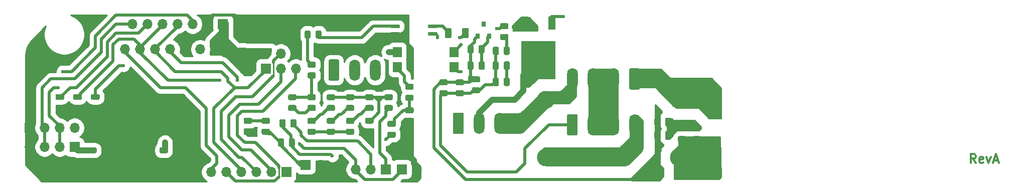
<source format=gtl>
G04 #@! TF.GenerationSoftware,KiCad,Pcbnew,(5.1.9-0-10_14)*
G04 #@! TF.CreationDate,2023-02-12T16:19:48-05:00*
G04 #@! TF.ProjectId,LiBCM-Daughterboard,4c694243-4d2d-4446-9175-676874657262,A*
G04 #@! TF.SameCoordinates,Original*
G04 #@! TF.FileFunction,Copper,L1,Top*
G04 #@! TF.FilePolarity,Positive*
%FSLAX46Y46*%
G04 Gerber Fmt 4.6, Leading zero omitted, Abs format (unit mm)*
G04 Created by KiCad (PCBNEW (5.1.9-0-10_14)) date 2023-02-12 16:19:48*
%MOMM*%
%LPD*%
G01*
G04 APERTURE LIST*
G04 #@! TA.AperFunction,NonConductor*
%ADD10C,0.300000*%
G04 #@! TD*
G04 #@! TA.AperFunction,ComponentPad*
%ADD11C,3.000000*%
G04 #@! TD*
G04 #@! TA.AperFunction,ComponentPad*
%ADD12O,1.700000X1.700000*%
G04 #@! TD*
G04 #@! TA.AperFunction,ComponentPad*
%ADD13R,1.700000X1.700000*%
G04 #@! TD*
G04 #@! TA.AperFunction,SMDPad,CuDef*
%ADD14R,0.800000X0.900000*%
G04 #@! TD*
G04 #@! TA.AperFunction,ComponentPad*
%ADD15O,1.800000X3.600000*%
G04 #@! TD*
G04 #@! TA.AperFunction,SMDPad,CuDef*
%ADD16R,1.200000X2.200000*%
G04 #@! TD*
G04 #@! TA.AperFunction,SMDPad,CuDef*
%ADD17R,5.800000X6.400000*%
G04 #@! TD*
G04 #@! TA.AperFunction,SMDPad,CuDef*
%ADD18R,1.500000X1.780000*%
G04 #@! TD*
G04 #@! TA.AperFunction,ComponentPad*
%ADD19R,2.000000X2.000000*%
G04 #@! TD*
G04 #@! TA.AperFunction,ComponentPad*
%ADD20O,2.000000X2.000000*%
G04 #@! TD*
G04 #@! TA.AperFunction,ViaPad*
%ADD21C,0.600000*%
G04 #@! TD*
G04 #@! TA.AperFunction,Conductor*
%ADD22C,1.000000*%
G04 #@! TD*
G04 #@! TA.AperFunction,Conductor*
%ADD23C,0.500000*%
G04 #@! TD*
G04 #@! TA.AperFunction,Conductor*
%ADD24C,1.500000*%
G04 #@! TD*
G04 #@! TA.AperFunction,Conductor*
%ADD25C,3.000000*%
G04 #@! TD*
G04 #@! TA.AperFunction,Conductor*
%ADD26C,0.250000*%
G04 #@! TD*
G04 #@! TA.AperFunction,Conductor*
%ADD27C,2.250000*%
G04 #@! TD*
G04 #@! TA.AperFunction,Conductor*
%ADD28C,1.750000*%
G04 #@! TD*
G04 #@! TA.AperFunction,Conductor*
%ADD29C,0.254000*%
G04 #@! TD*
G04 #@! TA.AperFunction,Conductor*
%ADD30C,0.100000*%
G04 #@! TD*
G04 APERTURE END LIST*
D10*
X258607142Y-151678571D02*
X258107142Y-150964285D01*
X257750000Y-151678571D02*
X257750000Y-150178571D01*
X258321428Y-150178571D01*
X258464285Y-150250000D01*
X258535714Y-150321428D01*
X258607142Y-150464285D01*
X258607142Y-150678571D01*
X258535714Y-150821428D01*
X258464285Y-150892857D01*
X258321428Y-150964285D01*
X257750000Y-150964285D01*
X259821428Y-151607142D02*
X259678571Y-151678571D01*
X259392857Y-151678571D01*
X259250000Y-151607142D01*
X259178571Y-151464285D01*
X259178571Y-150892857D01*
X259250000Y-150750000D01*
X259392857Y-150678571D01*
X259678571Y-150678571D01*
X259821428Y-150750000D01*
X259892857Y-150892857D01*
X259892857Y-151035714D01*
X259178571Y-151178571D01*
X260392857Y-150678571D02*
X260750000Y-151678571D01*
X261107142Y-150678571D01*
X261607142Y-151250000D02*
X262321428Y-151250000D01*
X261464285Y-151678571D02*
X261964285Y-150178571D01*
X262464285Y-151678571D01*
D11*
G04 #@! TO.P,F1,1*
G04 #@! TO.N,/HVDC_POS_BATT*
X208500000Y-141000000D03*
G04 #@! TO.P,F1,2*
G04 #@! TO.N,/HVDC_POS_AUX*
X186000000Y-141000000D03*
G04 #@! TD*
G04 #@! TO.P,F2,2*
G04 #@! TO.N,/GRID_POS*
X186000000Y-150750000D03*
G04 #@! TO.P,F2,1*
G04 #@! TO.N,/GRID_POS_FUSED*
X208500000Y-150750000D03*
G04 #@! TD*
G04 #@! TO.P,C2,1*
G04 #@! TO.N,+5V*
G04 #@! TA.AperFunction,SMDPad,CuDef*
G36*
G01*
X109025000Y-149050000D02*
X109975000Y-149050000D01*
G75*
G02*
X110225000Y-149300000I0J-250000D01*
G01*
X110225000Y-149800000D01*
G75*
G02*
X109975000Y-150050000I-250000J0D01*
G01*
X109025000Y-150050000D01*
G75*
G02*
X108775000Y-149800000I0J250000D01*
G01*
X108775000Y-149300000D01*
G75*
G02*
X109025000Y-149050000I250000J0D01*
G01*
G37*
G04 #@! TD.AperFunction*
G04 #@! TO.P,C2,2*
G04 #@! TO.N,GND*
G04 #@! TA.AperFunction,SMDPad,CuDef*
G36*
G01*
X109025000Y-150950000D02*
X109975000Y-150950000D01*
G75*
G02*
X110225000Y-151200000I0J-250000D01*
G01*
X110225000Y-151700000D01*
G75*
G02*
X109975000Y-151950000I-250000J0D01*
G01*
X109025000Y-151950000D01*
G75*
G02*
X108775000Y-151700000I0J250000D01*
G01*
X108775000Y-151200000D01*
G75*
G02*
X109025000Y-150950000I250000J0D01*
G01*
G37*
G04 #@! TD.AperFunction*
G04 #@! TD*
G04 #@! TO.P,C3,1*
G04 #@! TO.N,+5V*
G04 #@! TA.AperFunction,SMDPad,CuDef*
G36*
G01*
X135225000Y-133200000D02*
X134275000Y-133200000D01*
G75*
G02*
X134025000Y-132950000I0J250000D01*
G01*
X134025000Y-132450000D01*
G75*
G02*
X134275000Y-132200000I250000J0D01*
G01*
X135225000Y-132200000D01*
G75*
G02*
X135475000Y-132450000I0J-250000D01*
G01*
X135475000Y-132950000D01*
G75*
G02*
X135225000Y-133200000I-250000J0D01*
G01*
G37*
G04 #@! TD.AperFunction*
G04 #@! TO.P,C3,2*
G04 #@! TO.N,GND*
G04 #@! TA.AperFunction,SMDPad,CuDef*
G36*
G01*
X135225000Y-131300000D02*
X134275000Y-131300000D01*
G75*
G02*
X134025000Y-131050000I0J250000D01*
G01*
X134025000Y-130550000D01*
G75*
G02*
X134275000Y-130300000I250000J0D01*
G01*
X135225000Y-130300000D01*
G75*
G02*
X135475000Y-130550000I0J-250000D01*
G01*
X135475000Y-131050000D01*
G75*
G02*
X135225000Y-131300000I-250000J0D01*
G01*
G37*
G04 #@! TD.AperFunction*
G04 #@! TD*
G04 #@! TO.P,C1,2*
G04 #@! TO.N,GND*
G04 #@! TA.AperFunction,SMDPad,CuDef*
G36*
G01*
X121075000Y-150950000D02*
X122025000Y-150950000D01*
G75*
G02*
X122275000Y-151200000I0J-250000D01*
G01*
X122275000Y-151700000D01*
G75*
G02*
X122025000Y-151950000I-250000J0D01*
G01*
X121075000Y-151950000D01*
G75*
G02*
X120825000Y-151700000I0J250000D01*
G01*
X120825000Y-151200000D01*
G75*
G02*
X121075000Y-150950000I250000J0D01*
G01*
G37*
G04 #@! TD.AperFunction*
G04 #@! TO.P,C1,1*
G04 #@! TO.N,+5V*
G04 #@! TA.AperFunction,SMDPad,CuDef*
G36*
G01*
X121075000Y-149050000D02*
X122025000Y-149050000D01*
G75*
G02*
X122275000Y-149300000I0J-250000D01*
G01*
X122275000Y-149800000D01*
G75*
G02*
X122025000Y-150050000I-250000J0D01*
G01*
X121075000Y-150050000D01*
G75*
G02*
X120825000Y-149800000I0J250000D01*
G01*
X120825000Y-149300000D01*
G75*
G02*
X121075000Y-149050000I250000J0D01*
G01*
G37*
G04 #@! TD.AperFunction*
G04 #@! TD*
G04 #@! TO.P,C4,1*
G04 #@! TO.N,/TACH_SUM*
G04 #@! TA.AperFunction,SMDPad,CuDef*
G36*
G01*
X155775000Y-144050000D02*
X156725000Y-144050000D01*
G75*
G02*
X156975000Y-144300000I0J-250000D01*
G01*
X156975000Y-144800000D01*
G75*
G02*
X156725000Y-145050000I-250000J0D01*
G01*
X155775000Y-145050000D01*
G75*
G02*
X155525000Y-144800000I0J250000D01*
G01*
X155525000Y-144300000D01*
G75*
G02*
X155775000Y-144050000I250000J0D01*
G01*
G37*
G04 #@! TD.AperFunction*
G04 #@! TO.P,C4,2*
G04 #@! TO.N,GND*
G04 #@! TA.AperFunction,SMDPad,CuDef*
G36*
G01*
X155775000Y-145950000D02*
X156725000Y-145950000D01*
G75*
G02*
X156975000Y-146200000I0J-250000D01*
G01*
X156975000Y-146700000D01*
G75*
G02*
X156725000Y-146950000I-250000J0D01*
G01*
X155775000Y-146950000D01*
G75*
G02*
X155525000Y-146700000I0J250000D01*
G01*
X155525000Y-146200000D01*
G75*
G02*
X155775000Y-145950000I250000J0D01*
G01*
G37*
G04 #@! TD.AperFunction*
G04 #@! TD*
G04 #@! TO.P,C5,1*
G04 #@! TO.N,+5V*
G04 #@! TA.AperFunction,SMDPad,CuDef*
G36*
G01*
X135275000Y-144050000D02*
X136225000Y-144050000D01*
G75*
G02*
X136475000Y-144300000I0J-250000D01*
G01*
X136475000Y-144800000D01*
G75*
G02*
X136225000Y-145050000I-250000J0D01*
G01*
X135275000Y-145050000D01*
G75*
G02*
X135025000Y-144800000I0J250000D01*
G01*
X135025000Y-144300000D01*
G75*
G02*
X135275000Y-144050000I250000J0D01*
G01*
G37*
G04 #@! TD.AperFunction*
G04 #@! TO.P,C5,2*
G04 #@! TO.N,GND*
G04 #@! TA.AperFunction,SMDPad,CuDef*
G36*
G01*
X135275000Y-145950000D02*
X136225000Y-145950000D01*
G75*
G02*
X136475000Y-146200000I0J-250000D01*
G01*
X136475000Y-146700000D01*
G75*
G02*
X136225000Y-146950000I-250000J0D01*
G01*
X135275000Y-146950000D01*
G75*
G02*
X135025000Y-146700000I0J250000D01*
G01*
X135025000Y-146200000D01*
G75*
G02*
X135275000Y-145950000I250000J0D01*
G01*
G37*
G04 #@! TD.AperFunction*
G04 #@! TD*
G04 #@! TO.P,C7,1*
G04 #@! TO.N,/HVDC_5V_REF*
G04 #@! TA.AperFunction,SMDPad,CuDef*
G36*
G01*
X172800000Y-135725000D02*
X172800000Y-134775000D01*
G75*
G02*
X173050000Y-134525000I250000J0D01*
G01*
X173550000Y-134525000D01*
G75*
G02*
X173800000Y-134775000I0J-250000D01*
G01*
X173800000Y-135725000D01*
G75*
G02*
X173550000Y-135975000I-250000J0D01*
G01*
X173050000Y-135975000D01*
G75*
G02*
X172800000Y-135725000I0J250000D01*
G01*
G37*
G04 #@! TD.AperFunction*
G04 #@! TO.P,C7,2*
G04 #@! TO.N,GNDPWR*
G04 #@! TA.AperFunction,SMDPad,CuDef*
G36*
G01*
X174700000Y-135725000D02*
X174700000Y-134775000D01*
G75*
G02*
X174950000Y-134525000I250000J0D01*
G01*
X175450000Y-134525000D01*
G75*
G02*
X175700000Y-134775000I0J-250000D01*
G01*
X175700000Y-135725000D01*
G75*
G02*
X175450000Y-135975000I-250000J0D01*
G01*
X174950000Y-135975000D01*
G75*
G02*
X174700000Y-135725000I0J250000D01*
G01*
G37*
G04 #@! TD.AperFunction*
G04 #@! TD*
G04 #@! TO.P,C8,1*
G04 #@! TO.N,/CHARGER_CURRENT_LIMIT*
G04 #@! TA.AperFunction,SMDPad,CuDef*
G36*
G01*
X177050000Y-135725000D02*
X177050000Y-134775000D01*
G75*
G02*
X177300000Y-134525000I250000J0D01*
G01*
X177800000Y-134525000D01*
G75*
G02*
X178050000Y-134775000I0J-250000D01*
G01*
X178050000Y-135725000D01*
G75*
G02*
X177800000Y-135975000I-250000J0D01*
G01*
X177300000Y-135975000D01*
G75*
G02*
X177050000Y-135725000I0J250000D01*
G01*
G37*
G04 #@! TD.AperFunction*
G04 #@! TO.P,C8,2*
G04 #@! TO.N,GNDPWR*
G04 #@! TA.AperFunction,SMDPad,CuDef*
G36*
G01*
X178950000Y-135725000D02*
X178950000Y-134775000D01*
G75*
G02*
X179200000Y-134525000I250000J0D01*
G01*
X179700000Y-134525000D01*
G75*
G02*
X179950000Y-134775000I0J-250000D01*
G01*
X179950000Y-135725000D01*
G75*
G02*
X179700000Y-135975000I-250000J0D01*
G01*
X179200000Y-135975000D01*
G75*
G02*
X178950000Y-135725000I0J250000D01*
G01*
G37*
G04 #@! TD.AperFunction*
G04 #@! TD*
D12*
G04 #@! TO.P,J3,7*
G04 #@! TO.N,/CAN_INT*
X116250000Y-128250000D03*
G04 #@! TO.P,J3,6*
G04 #@! TO.N,/SCK*
X118790000Y-128250000D03*
G04 #@! TO.P,J3,5*
G04 #@! TO.N,/MOSI*
X121330000Y-128250000D03*
G04 #@! TO.P,J3,4*
G04 #@! TO.N,/MISO*
X123870000Y-128250000D03*
G04 #@! TO.P,J3,3*
G04 #@! TO.N,/CAN_CS*
X126410000Y-128250000D03*
G04 #@! TO.P,J3,2*
G04 #@! TO.N,GND*
X128950000Y-128250000D03*
D13*
G04 #@! TO.P,J3,1*
G04 #@! TO.N,+5V*
X131490000Y-128250000D03*
G04 #@! TD*
G04 #@! TO.P,J4,1*
G04 #@! TO.N,+5V*
X130250000Y-132500000D03*
D12*
G04 #@! TO.P,J4,2*
G04 #@! TO.N,N/C*
X127710000Y-132500000D03*
G04 #@! TO.P,J4,3*
G04 #@! TO.N,GND*
X125170000Y-132500000D03*
G04 #@! TO.P,J4,4*
G04 #@! TO.N,/SCK*
X122630000Y-132500000D03*
G04 #@! TO.P,J4,5*
G04 #@! TO.N,/MISO*
X120090000Y-132500000D03*
G04 #@! TO.P,J4,6*
G04 #@! TO.N,/MOSI*
X117550000Y-132500000D03*
G04 #@! TO.P,J4,7*
G04 #@! TO.N,/FLASH_CS*
X115010000Y-132500000D03*
G04 #@! TD*
D13*
G04 #@! TO.P,J9,1*
G04 #@! TO.N,/FAN_TACH*
X159000000Y-152750000D03*
D12*
G04 #@! TO.P,J9,2*
G04 #@! TO.N,/BUTTON||GRID_ILIM*
X156460000Y-152750000D03*
G04 #@! TO.P,J9,3*
G04 #@! TO.N,/HEATER_EN*
X153920000Y-152750000D03*
G04 #@! TO.P,J9,4*
G04 #@! TO.N,GND*
X151380000Y-152750000D03*
G04 #@! TD*
G04 #@! TO.P,R1,2*
G04 #@! TO.N,/TACH_1*
G04 #@! TA.AperFunction,SMDPad,CuDef*
G36*
G01*
X146950002Y-145100000D02*
X146049998Y-145100000D01*
G75*
G02*
X145800000Y-144850002I0J249998D01*
G01*
X145800000Y-144324998D01*
G75*
G02*
X146049998Y-144075000I249998J0D01*
G01*
X146950002Y-144075000D01*
G75*
G02*
X147200000Y-144324998I0J-249998D01*
G01*
X147200000Y-144850002D01*
G75*
G02*
X146950002Y-145100000I-249998J0D01*
G01*
G37*
G04 #@! TD.AperFunction*
G04 #@! TO.P,R1,1*
G04 #@! TO.N,+5V*
G04 #@! TA.AperFunction,SMDPad,CuDef*
G36*
G01*
X146950002Y-146925000D02*
X146049998Y-146925000D01*
G75*
G02*
X145800000Y-146675002I0J249998D01*
G01*
X145800000Y-146149998D01*
G75*
G02*
X146049998Y-145900000I249998J0D01*
G01*
X146950002Y-145900000D01*
G75*
G02*
X147200000Y-146149998I0J-249998D01*
G01*
X147200000Y-146675002D01*
G75*
G02*
X146950002Y-146925000I-249998J0D01*
G01*
G37*
G04 #@! TD.AperFunction*
G04 #@! TD*
G04 #@! TO.P,R2,2*
G04 #@! TO.N,/TACH_2*
G04 #@! TA.AperFunction,SMDPad,CuDef*
G36*
G01*
X150200002Y-145100000D02*
X149299998Y-145100000D01*
G75*
G02*
X149050000Y-144850002I0J249998D01*
G01*
X149050000Y-144324998D01*
G75*
G02*
X149299998Y-144075000I249998J0D01*
G01*
X150200002Y-144075000D01*
G75*
G02*
X150450000Y-144324998I0J-249998D01*
G01*
X150450000Y-144850002D01*
G75*
G02*
X150200002Y-145100000I-249998J0D01*
G01*
G37*
G04 #@! TD.AperFunction*
G04 #@! TO.P,R2,1*
G04 #@! TO.N,+5V*
G04 #@! TA.AperFunction,SMDPad,CuDef*
G36*
G01*
X150200002Y-146925000D02*
X149299998Y-146925000D01*
G75*
G02*
X149050000Y-146675002I0J249998D01*
G01*
X149050000Y-146149998D01*
G75*
G02*
X149299998Y-145900000I249998J0D01*
G01*
X150200002Y-145900000D01*
G75*
G02*
X150450000Y-146149998I0J-249998D01*
G01*
X150450000Y-146675002D01*
G75*
G02*
X150200002Y-146925000I-249998J0D01*
G01*
G37*
G04 #@! TD.AperFunction*
G04 #@! TD*
G04 #@! TO.P,R3,1*
G04 #@! TO.N,+5V*
G04 #@! TA.AperFunction,SMDPad,CuDef*
G36*
G01*
X153450002Y-146925000D02*
X152549998Y-146925000D01*
G75*
G02*
X152300000Y-146675002I0J249998D01*
G01*
X152300000Y-146149998D01*
G75*
G02*
X152549998Y-145900000I249998J0D01*
G01*
X153450002Y-145900000D01*
G75*
G02*
X153700000Y-146149998I0J-249998D01*
G01*
X153700000Y-146675002D01*
G75*
G02*
X153450002Y-146925000I-249998J0D01*
G01*
G37*
G04 #@! TD.AperFunction*
G04 #@! TO.P,R3,2*
G04 #@! TO.N,/TACH_3*
G04 #@! TA.AperFunction,SMDPad,CuDef*
G36*
G01*
X153450002Y-145100000D02*
X152549998Y-145100000D01*
G75*
G02*
X152300000Y-144850002I0J249998D01*
G01*
X152300000Y-144324998D01*
G75*
G02*
X152549998Y-144075000I249998J0D01*
G01*
X153450002Y-144075000D01*
G75*
G02*
X153700000Y-144324998I0J-249998D01*
G01*
X153700000Y-144850002D01*
G75*
G02*
X153450002Y-145100000I-249998J0D01*
G01*
G37*
G04 #@! TD.AperFunction*
G04 #@! TD*
G04 #@! TO.P,R13,2*
G04 #@! TO.N,/BUTTON*
G04 #@! TA.AperFunction,SMDPad,CuDef*
G36*
G01*
X138299998Y-145900000D02*
X139200002Y-145900000D01*
G75*
G02*
X139450000Y-146149998I0J-249998D01*
G01*
X139450000Y-146675002D01*
G75*
G02*
X139200002Y-146925000I-249998J0D01*
G01*
X138299998Y-146925000D01*
G75*
G02*
X138050000Y-146675002I0J249998D01*
G01*
X138050000Y-146149998D01*
G75*
G02*
X138299998Y-145900000I249998J0D01*
G01*
G37*
G04 #@! TD.AperFunction*
G04 #@! TO.P,R13,1*
G04 #@! TO.N,+5V*
G04 #@! TA.AperFunction,SMDPad,CuDef*
G36*
G01*
X138299998Y-144075000D02*
X139200002Y-144075000D01*
G75*
G02*
X139450000Y-144324998I0J-249998D01*
G01*
X139450000Y-144850002D01*
G75*
G02*
X139200002Y-145100000I-249998J0D01*
G01*
X138299998Y-145100000D01*
G75*
G02*
X138050000Y-144850002I0J249998D01*
G01*
X138050000Y-144324998D01*
G75*
G02*
X138299998Y-144075000I249998J0D01*
G01*
G37*
G04 #@! TD.AperFunction*
G04 #@! TD*
G04 #@! TO.P,R4,1*
G04 #@! TO.N,/TACH_1*
G04 #@! TA.AperFunction,SMDPad,CuDef*
G36*
G01*
X150200002Y-142925000D02*
X149299998Y-142925000D01*
G75*
G02*
X149050000Y-142675002I0J249998D01*
G01*
X149050000Y-142149998D01*
G75*
G02*
X149299998Y-141900000I249998J0D01*
G01*
X150200002Y-141900000D01*
G75*
G02*
X150450000Y-142149998I0J-249998D01*
G01*
X150450000Y-142675002D01*
G75*
G02*
X150200002Y-142925000I-249998J0D01*
G01*
G37*
G04 #@! TD.AperFunction*
G04 #@! TO.P,R4,2*
G04 #@! TO.N,/TACH_SUM*
G04 #@! TA.AperFunction,SMDPad,CuDef*
G36*
G01*
X150200002Y-141100000D02*
X149299998Y-141100000D01*
G75*
G02*
X149050000Y-140850002I0J249998D01*
G01*
X149050000Y-140324998D01*
G75*
G02*
X149299998Y-140075000I249998J0D01*
G01*
X150200002Y-140075000D01*
G75*
G02*
X150450000Y-140324998I0J-249998D01*
G01*
X150450000Y-140850002D01*
G75*
G02*
X150200002Y-141100000I-249998J0D01*
G01*
G37*
G04 #@! TD.AperFunction*
G04 #@! TD*
G04 #@! TO.P,R5,1*
G04 #@! TO.N,/TACH_2*
G04 #@! TA.AperFunction,SMDPad,CuDef*
G36*
G01*
X153450002Y-142925000D02*
X152549998Y-142925000D01*
G75*
G02*
X152300000Y-142675002I0J249998D01*
G01*
X152300000Y-142149998D01*
G75*
G02*
X152549998Y-141900000I249998J0D01*
G01*
X153450002Y-141900000D01*
G75*
G02*
X153700000Y-142149998I0J-249998D01*
G01*
X153700000Y-142675002D01*
G75*
G02*
X153450002Y-142925000I-249998J0D01*
G01*
G37*
G04 #@! TD.AperFunction*
G04 #@! TO.P,R5,2*
G04 #@! TO.N,/TACH_SUM*
G04 #@! TA.AperFunction,SMDPad,CuDef*
G36*
G01*
X153450002Y-141100000D02*
X152549998Y-141100000D01*
G75*
G02*
X152300000Y-140850002I0J249998D01*
G01*
X152300000Y-140324998D01*
G75*
G02*
X152549998Y-140075000I249998J0D01*
G01*
X153450002Y-140075000D01*
G75*
G02*
X153700000Y-140324998I0J-249998D01*
G01*
X153700000Y-140850002D01*
G75*
G02*
X153450002Y-141100000I-249998J0D01*
G01*
G37*
G04 #@! TD.AperFunction*
G04 #@! TD*
G04 #@! TO.P,R6,2*
G04 #@! TO.N,/TACH_SUM*
G04 #@! TA.AperFunction,SMDPad,CuDef*
G36*
G01*
X156700002Y-141100000D02*
X155799998Y-141100000D01*
G75*
G02*
X155550000Y-140850002I0J249998D01*
G01*
X155550000Y-140324998D01*
G75*
G02*
X155799998Y-140075000I249998J0D01*
G01*
X156700002Y-140075000D01*
G75*
G02*
X156950000Y-140324998I0J-249998D01*
G01*
X156950000Y-140850002D01*
G75*
G02*
X156700002Y-141100000I-249998J0D01*
G01*
G37*
G04 #@! TD.AperFunction*
G04 #@! TO.P,R6,1*
G04 #@! TO.N,/TACH_3*
G04 #@! TA.AperFunction,SMDPad,CuDef*
G36*
G01*
X156700002Y-142925000D02*
X155799998Y-142925000D01*
G75*
G02*
X155550000Y-142675002I0J249998D01*
G01*
X155550000Y-142149998D01*
G75*
G02*
X155799998Y-141900000I249998J0D01*
G01*
X156700002Y-141900000D01*
G75*
G02*
X156950000Y-142149998I0J-249998D01*
G01*
X156950000Y-142675002D01*
G75*
G02*
X156700002Y-142925000I-249998J0D01*
G01*
G37*
G04 #@! TD.AperFunction*
G04 #@! TD*
G04 #@! TO.P,R11,1*
G04 #@! TO.N,/ILIM_JOIN*
G04 #@! TA.AperFunction,SMDPad,CuDef*
G36*
G01*
X141075000Y-145450002D02*
X141075000Y-144549998D01*
G75*
G02*
X141324998Y-144300000I249998J0D01*
G01*
X141850002Y-144300000D01*
G75*
G02*
X142100000Y-144549998I0J-249998D01*
G01*
X142100000Y-145450002D01*
G75*
G02*
X141850002Y-145700000I-249998J0D01*
G01*
X141324998Y-145700000D01*
G75*
G02*
X141075000Y-145450002I0J249998D01*
G01*
G37*
G04 #@! TD.AperFunction*
G04 #@! TO.P,R11,2*
G04 #@! TO.N,/BUTTON||GRID_ILIM*
G04 #@! TA.AperFunction,SMDPad,CuDef*
G36*
G01*
X142900000Y-145450002D02*
X142900000Y-144549998D01*
G75*
G02*
X143149998Y-144300000I249998J0D01*
G01*
X143675002Y-144300000D01*
G75*
G02*
X143925000Y-144549998I0J-249998D01*
G01*
X143925000Y-145450002D01*
G75*
G02*
X143675002Y-145700000I-249998J0D01*
G01*
X143149998Y-145700000D01*
G75*
G02*
X142900000Y-145450002I0J249998D01*
G01*
G37*
G04 #@! TD.AperFunction*
G04 #@! TD*
G04 #@! TO.P,R7,2*
G04 #@! TO.N,/FAN_TACH*
G04 #@! TA.AperFunction,SMDPad,CuDef*
G36*
G01*
X159049998Y-141900000D02*
X159950002Y-141900000D01*
G75*
G02*
X160200000Y-142149998I0J-249998D01*
G01*
X160200000Y-142675002D01*
G75*
G02*
X159950002Y-142925000I-249998J0D01*
G01*
X159049998Y-142925000D01*
G75*
G02*
X158800000Y-142675002I0J249998D01*
G01*
X158800000Y-142149998D01*
G75*
G02*
X159049998Y-141900000I249998J0D01*
G01*
G37*
G04 #@! TD.AperFunction*
G04 #@! TO.P,R7,1*
G04 #@! TO.N,/TACH_SUM*
G04 #@! TA.AperFunction,SMDPad,CuDef*
G36*
G01*
X159049998Y-140075000D02*
X159950002Y-140075000D01*
G75*
G02*
X160200000Y-140324998I0J-249998D01*
G01*
X160200000Y-140850002D01*
G75*
G02*
X159950002Y-141100000I-249998J0D01*
G01*
X159049998Y-141100000D01*
G75*
G02*
X158800000Y-140850002I0J249998D01*
G01*
X158800000Y-140324998D01*
G75*
G02*
X159049998Y-140075000I249998J0D01*
G01*
G37*
G04 #@! TD.AperFunction*
G04 #@! TD*
G04 #@! TO.P,R8,1*
G04 #@! TO.N,/HEATER_EN*
G04 #@! TA.AperFunction,SMDPad,CuDef*
G36*
G01*
X146950002Y-142925000D02*
X146049998Y-142925000D01*
G75*
G02*
X145800000Y-142675002I0J249998D01*
G01*
X145800000Y-142149998D01*
G75*
G02*
X146049998Y-141900000I249998J0D01*
G01*
X146950002Y-141900000D01*
G75*
G02*
X147200000Y-142149998I0J-249998D01*
G01*
X147200000Y-142675002D01*
G75*
G02*
X146950002Y-142925000I-249998J0D01*
G01*
G37*
G04 #@! TD.AperFunction*
G04 #@! TO.P,R8,2*
G04 #@! TO.N,/HEAD_L1*
G04 #@! TA.AperFunction,SMDPad,CuDef*
G36*
G01*
X146950002Y-141100000D02*
X146049998Y-141100000D01*
G75*
G02*
X145800000Y-140850002I0J249998D01*
G01*
X145800000Y-140324998D01*
G75*
G02*
X146049998Y-140075000I249998J0D01*
G01*
X146950002Y-140075000D01*
G75*
G02*
X147200000Y-140324998I0J-249998D01*
G01*
X147200000Y-140850002D01*
G75*
G02*
X146950002Y-141100000I-249998J0D01*
G01*
G37*
G04 #@! TD.AperFunction*
G04 #@! TD*
G04 #@! TO.P,R9,2*
G04 #@! TO.N,/LEDp*
G04 #@! TA.AperFunction,SMDPad,CuDef*
G36*
G01*
X146950002Y-135600000D02*
X146049998Y-135600000D01*
G75*
G02*
X145800000Y-135350002I0J249998D01*
G01*
X145800000Y-134824998D01*
G75*
G02*
X146049998Y-134575000I249998J0D01*
G01*
X146950002Y-134575000D01*
G75*
G02*
X147200000Y-134824998I0J-249998D01*
G01*
X147200000Y-135350002D01*
G75*
G02*
X146950002Y-135600000I-249998J0D01*
G01*
G37*
G04 #@! TD.AperFunction*
G04 #@! TO.P,R9,1*
G04 #@! TO.N,/HEAD_L1*
G04 #@! TA.AperFunction,SMDPad,CuDef*
G36*
G01*
X146950002Y-137425000D02*
X146049998Y-137425000D01*
G75*
G02*
X145800000Y-137175002I0J249998D01*
G01*
X145800000Y-136649998D01*
G75*
G02*
X146049998Y-136400000I249998J0D01*
G01*
X146950002Y-136400000D01*
G75*
G02*
X147200000Y-136649998I0J-249998D01*
G01*
X147200000Y-137175002D01*
G75*
G02*
X146950002Y-137425000I-249998J0D01*
G01*
G37*
G04 #@! TD.AperFunction*
G04 #@! TD*
G04 #@! TO.P,R10,2*
G04 #@! TO.N,/HEAD_L1*
G04 #@! TA.AperFunction,SMDPad,CuDef*
G36*
G01*
X143700002Y-141100000D02*
X142799998Y-141100000D01*
G75*
G02*
X142550000Y-140850002I0J249998D01*
G01*
X142550000Y-140324998D01*
G75*
G02*
X142799998Y-140075000I249998J0D01*
G01*
X143700002Y-140075000D01*
G75*
G02*
X143950000Y-140324998I0J-249998D01*
G01*
X143950000Y-140850002D01*
G75*
G02*
X143700002Y-141100000I-249998J0D01*
G01*
G37*
G04 #@! TD.AperFunction*
G04 #@! TO.P,R10,1*
G04 #@! TO.N,/HEATER_EN*
G04 #@! TA.AperFunction,SMDPad,CuDef*
G36*
G01*
X143700002Y-142925000D02*
X142799998Y-142925000D01*
G75*
G02*
X142550000Y-142675002I0J249998D01*
G01*
X142550000Y-142149998D01*
G75*
G02*
X142799998Y-141900000I249998J0D01*
G01*
X143700002Y-141900000D01*
G75*
G02*
X143950000Y-142149998I0J-249998D01*
G01*
X143950000Y-142675002D01*
G75*
G02*
X143700002Y-142925000I-249998J0D01*
G01*
G37*
G04 #@! TD.AperFunction*
G04 #@! TD*
G04 #@! TO.P,R15,1*
G04 #@! TO.N,/Q1_GATE*
G04 #@! TA.AperFunction,SMDPad,CuDef*
G36*
G01*
X168975000Y-130375002D02*
X168975000Y-129124998D01*
G75*
G02*
X169224998Y-128875000I249998J0D01*
G01*
X169850002Y-128875000D01*
G75*
G02*
X170100000Y-129124998I0J-249998D01*
G01*
X170100000Y-130375002D01*
G75*
G02*
X169850002Y-130625000I-249998J0D01*
G01*
X169224998Y-130625000D01*
G75*
G02*
X168975000Y-130375002I0J249998D01*
G01*
G37*
G04 #@! TD.AperFunction*
G04 #@! TO.P,R15,2*
G04 #@! TO.N,GNDPWR*
G04 #@! TA.AperFunction,SMDPad,CuDef*
G36*
G01*
X171900000Y-130375002D02*
X171900000Y-129124998D01*
G75*
G02*
X172149998Y-128875000I249998J0D01*
G01*
X172775002Y-128875000D01*
G75*
G02*
X173025000Y-129124998I0J-249998D01*
G01*
X173025000Y-130375002D01*
G75*
G02*
X172775002Y-130625000I-249998J0D01*
G01*
X172149998Y-130625000D01*
G75*
G02*
X171900000Y-130375002I0J249998D01*
G01*
G37*
G04 #@! TD.AperFunction*
G04 #@! TD*
G04 #@! TO.P,R16,2*
G04 #@! TO.N,/DIV*
G04 #@! TA.AperFunction,SMDPad,CuDef*
G36*
G01*
X211950002Y-146350000D02*
X211049998Y-146350000D01*
G75*
G02*
X210800000Y-146100002I0J249998D01*
G01*
X210800000Y-145574998D01*
G75*
G02*
X211049998Y-145325000I249998J0D01*
G01*
X211950002Y-145325000D01*
G75*
G02*
X212200000Y-145574998I0J-249998D01*
G01*
X212200000Y-146100002D01*
G75*
G02*
X211950002Y-146350000I-249998J0D01*
G01*
G37*
G04 #@! TD.AperFunction*
G04 #@! TO.P,R16,1*
G04 #@! TO.N,/GRID_POS_FUSED*
G04 #@! TA.AperFunction,SMDPad,CuDef*
G36*
G01*
X211950002Y-148175000D02*
X211049998Y-148175000D01*
G75*
G02*
X210800000Y-147925002I0J249998D01*
G01*
X210800000Y-147399998D01*
G75*
G02*
X211049998Y-147150000I249998J0D01*
G01*
X211950002Y-147150000D01*
G75*
G02*
X212200000Y-147399998I0J-249998D01*
G01*
X212200000Y-147925002D01*
G75*
G02*
X211950002Y-148175000I-249998J0D01*
G01*
G37*
G04 #@! TD.AperFunction*
G04 #@! TD*
G04 #@! TO.P,R17,2*
G04 #@! TO.N,/HVDC_5V_REF*
G04 #@! TA.AperFunction,SMDPad,CuDef*
G36*
G01*
X205350000Y-146549998D02*
X205350000Y-147450002D01*
G75*
G02*
X205100002Y-147700000I-249998J0D01*
G01*
X204574998Y-147700000D01*
G75*
G02*
X204325000Y-147450002I0J249998D01*
G01*
X204325000Y-146549998D01*
G75*
G02*
X204574998Y-146300000I249998J0D01*
G01*
X205100002Y-146300000D01*
G75*
G02*
X205350000Y-146549998I0J-249998D01*
G01*
G37*
G04 #@! TD.AperFunction*
G04 #@! TO.P,R17,1*
G04 #@! TO.N,/DIV*
G04 #@! TA.AperFunction,SMDPad,CuDef*
G36*
G01*
X207175000Y-146549998D02*
X207175000Y-147450002D01*
G75*
G02*
X206925002Y-147700000I-249998J0D01*
G01*
X206399998Y-147700000D01*
G75*
G02*
X206150000Y-147450002I0J249998D01*
G01*
X206150000Y-146549998D01*
G75*
G02*
X206399998Y-146300000I249998J0D01*
G01*
X206925002Y-146300000D01*
G75*
G02*
X207175000Y-146549998I0J-249998D01*
G01*
G37*
G04 #@! TD.AperFunction*
G04 #@! TD*
G04 #@! TO.P,R19,2*
G04 #@! TO.N,/DIV*
G04 #@! TA.AperFunction,SMDPad,CuDef*
G36*
G01*
X209450002Y-146350000D02*
X208549998Y-146350000D01*
G75*
G02*
X208300000Y-146100002I0J249998D01*
G01*
X208300000Y-145574998D01*
G75*
G02*
X208549998Y-145325000I249998J0D01*
G01*
X209450002Y-145325000D01*
G75*
G02*
X209700000Y-145574998I0J-249998D01*
G01*
X209700000Y-146100002D01*
G75*
G02*
X209450002Y-146350000I-249998J0D01*
G01*
G37*
G04 #@! TD.AperFunction*
G04 #@! TO.P,R19,1*
G04 #@! TO.N,/GRID_POS_FUSED*
G04 #@! TA.AperFunction,SMDPad,CuDef*
G36*
G01*
X209450002Y-148175000D02*
X208549998Y-148175000D01*
G75*
G02*
X208300000Y-147925002I0J249998D01*
G01*
X208300000Y-147399998D01*
G75*
G02*
X208549998Y-147150000I249998J0D01*
G01*
X209450002Y-147150000D01*
G75*
G02*
X209700000Y-147399998I0J-249998D01*
G01*
X209700000Y-147925002D01*
G75*
G02*
X209450002Y-148175000I-249998J0D01*
G01*
G37*
G04 #@! TD.AperFunction*
G04 #@! TD*
G04 #@! TO.P,R20,2*
G04 #@! TO.N,/HVDC_5V_REF*
G04 #@! TA.AperFunction,SMDPad,CuDef*
G36*
G01*
X205350000Y-144299998D02*
X205350000Y-145200002D01*
G75*
G02*
X205100002Y-145450000I-249998J0D01*
G01*
X204574998Y-145450000D01*
G75*
G02*
X204325000Y-145200002I0J249998D01*
G01*
X204325000Y-144299998D01*
G75*
G02*
X204574998Y-144050000I249998J0D01*
G01*
X205100002Y-144050000D01*
G75*
G02*
X205350000Y-144299998I0J-249998D01*
G01*
G37*
G04 #@! TD.AperFunction*
G04 #@! TO.P,R20,1*
G04 #@! TO.N,/DIV*
G04 #@! TA.AperFunction,SMDPad,CuDef*
G36*
G01*
X207175000Y-144299998D02*
X207175000Y-145200002D01*
G75*
G02*
X206925002Y-145450000I-249998J0D01*
G01*
X206399998Y-145450000D01*
G75*
G02*
X206150000Y-145200002I0J249998D01*
G01*
X206150000Y-144299998D01*
G75*
G02*
X206399998Y-144050000I249998J0D01*
G01*
X206925002Y-144050000D01*
G75*
G02*
X207175000Y-144299998I0J-249998D01*
G01*
G37*
G04 #@! TD.AperFunction*
G04 #@! TD*
G04 #@! TO.P,R18,1*
G04 #@! TO.N,/HVDC_5V_REF*
G04 #@! TA.AperFunction,SMDPad,CuDef*
G36*
G01*
X172825000Y-132950002D02*
X172825000Y-132049998D01*
G75*
G02*
X173074998Y-131800000I249998J0D01*
G01*
X173600002Y-131800000D01*
G75*
G02*
X173850000Y-132049998I0J-249998D01*
G01*
X173850000Y-132950002D01*
G75*
G02*
X173600002Y-133200000I-249998J0D01*
G01*
X173074998Y-133200000D01*
G75*
G02*
X172825000Y-132950002I0J249998D01*
G01*
G37*
G04 #@! TD.AperFunction*
G04 #@! TO.P,R18,2*
G04 #@! TO.N,GNDPWR*
G04 #@! TA.AperFunction,SMDPad,CuDef*
G36*
G01*
X174650000Y-132950002D02*
X174650000Y-132049998D01*
G75*
G02*
X174899998Y-131800000I249998J0D01*
G01*
X175425002Y-131800000D01*
G75*
G02*
X175675000Y-132049998I0J-249998D01*
G01*
X175675000Y-132950002D01*
G75*
G02*
X175425002Y-133200000I-249998J0D01*
G01*
X174899998Y-133200000D01*
G75*
G02*
X174650000Y-132950002I0J249998D01*
G01*
G37*
G04 #@! TD.AperFunction*
G04 #@! TD*
G04 #@! TO.P,R21,2*
G04 #@! TO.N,/CHARGER_CURRENT_LIMIT*
G04 #@! TA.AperFunction,SMDPad,CuDef*
G36*
G01*
X173799998Y-138900000D02*
X174700002Y-138900000D01*
G75*
G02*
X174950000Y-139149998I0J-249998D01*
G01*
X174950000Y-139675002D01*
G75*
G02*
X174700002Y-139925000I-249998J0D01*
G01*
X173799998Y-139925000D01*
G75*
G02*
X173550000Y-139675002I0J249998D01*
G01*
X173550000Y-139149998D01*
G75*
G02*
X173799998Y-138900000I249998J0D01*
G01*
G37*
G04 #@! TD.AperFunction*
G04 #@! TO.P,R21,1*
G04 #@! TO.N,/HVDC_5V_REF*
G04 #@! TA.AperFunction,SMDPad,CuDef*
G36*
G01*
X173799998Y-137075000D02*
X174700002Y-137075000D01*
G75*
G02*
X174950000Y-137324998I0J-249998D01*
G01*
X174950000Y-137850002D01*
G75*
G02*
X174700002Y-138100000I-249998J0D01*
G01*
X173799998Y-138100000D01*
G75*
G02*
X173550000Y-137850002I0J249998D01*
G01*
X173550000Y-137324998D01*
G75*
G02*
X173799998Y-137075000I249998J0D01*
G01*
G37*
G04 #@! TD.AperFunction*
G04 #@! TD*
G04 #@! TO.P,R22,2*
G04 #@! TO.N,GNDPWR*
G04 #@! TA.AperFunction,SMDPad,CuDef*
G36*
G01*
X178900000Y-138450002D02*
X178900000Y-137549998D01*
G75*
G02*
X179149998Y-137300000I249998J0D01*
G01*
X179675002Y-137300000D01*
G75*
G02*
X179925000Y-137549998I0J-249998D01*
G01*
X179925000Y-138450002D01*
G75*
G02*
X179675002Y-138700000I-249998J0D01*
G01*
X179149998Y-138700000D01*
G75*
G02*
X178900000Y-138450002I0J249998D01*
G01*
G37*
G04 #@! TD.AperFunction*
G04 #@! TO.P,R22,1*
G04 #@! TO.N,/CHARGER_CURRENT_LIMIT*
G04 #@! TA.AperFunction,SMDPad,CuDef*
G36*
G01*
X177075000Y-138450002D02*
X177075000Y-137549998D01*
G75*
G02*
X177324998Y-137300000I249998J0D01*
G01*
X177850002Y-137300000D01*
G75*
G02*
X178100000Y-137549998I0J-249998D01*
G01*
X178100000Y-138450002D01*
G75*
G02*
X177850002Y-138700000I-249998J0D01*
G01*
X177324998Y-138700000D01*
G75*
G02*
X177075000Y-138450002I0J249998D01*
G01*
G37*
G04 #@! TD.AperFunction*
G04 #@! TD*
G04 #@! TO.P,R23,1*
G04 #@! TO.N,/HVDC_5V_REF*
G04 #@! TA.AperFunction,SMDPad,CuDef*
G36*
G01*
X171049998Y-137575000D02*
X171950002Y-137575000D01*
G75*
G02*
X172200000Y-137824998I0J-249998D01*
G01*
X172200000Y-138350002D01*
G75*
G02*
X171950002Y-138600000I-249998J0D01*
G01*
X171049998Y-138600000D01*
G75*
G02*
X170800000Y-138350002I0J249998D01*
G01*
X170800000Y-137824998D01*
G75*
G02*
X171049998Y-137575000I249998J0D01*
G01*
G37*
G04 #@! TD.AperFunction*
G04 #@! TO.P,R23,2*
G04 #@! TO.N,/CHARGER_CURRENT_LIMIT*
G04 #@! TA.AperFunction,SMDPad,CuDef*
G36*
G01*
X171049998Y-139400000D02*
X171950002Y-139400000D01*
G75*
G02*
X172200000Y-139649998I0J-249998D01*
G01*
X172200000Y-140175002D01*
G75*
G02*
X171950002Y-140425000I-249998J0D01*
G01*
X171049998Y-140425000D01*
G75*
G02*
X170800000Y-140175002I0J249998D01*
G01*
X170800000Y-139649998D01*
G75*
G02*
X171049998Y-139400000I249998J0D01*
G01*
G37*
G04 #@! TD.AperFunction*
G04 #@! TD*
G04 #@! TO.P,R24,2*
G04 #@! TO.N,/CHARGER_CURRENT_LIMIT*
G04 #@! TA.AperFunction,SMDPad,CuDef*
G36*
G01*
X168299998Y-139400000D02*
X169200002Y-139400000D01*
G75*
G02*
X169450000Y-139649998I0J-249998D01*
G01*
X169450000Y-140175002D01*
G75*
G02*
X169200002Y-140425000I-249998J0D01*
G01*
X168299998Y-140425000D01*
G75*
G02*
X168050000Y-140175002I0J249998D01*
G01*
X168050000Y-139649998D01*
G75*
G02*
X168299998Y-139400000I249998J0D01*
G01*
G37*
G04 #@! TD.AperFunction*
G04 #@! TO.P,R24,1*
G04 #@! TO.N,/HVDC_5V_REF*
G04 #@! TA.AperFunction,SMDPad,CuDef*
G36*
G01*
X168299998Y-137575000D02*
X169200002Y-137575000D01*
G75*
G02*
X169450000Y-137824998I0J-249998D01*
G01*
X169450000Y-138350002D01*
G75*
G02*
X169200002Y-138600000I-249998J0D01*
G01*
X168299998Y-138600000D01*
G75*
G02*
X168050000Y-138350002I0J249998D01*
G01*
X168050000Y-137824998D01*
G75*
G02*
X168299998Y-137575000I249998J0D01*
G01*
G37*
G04 #@! TD.AperFunction*
G04 #@! TD*
G04 #@! TO.P,U1,1*
G04 #@! TO.N,/LEDn*
G04 #@! TA.AperFunction,SMDPad,CuDef*
G36*
G01*
X159750000Y-128765000D02*
X159750000Y-128465000D01*
G75*
G02*
X159900000Y-128315000I150000J0D01*
G01*
X161225000Y-128315000D01*
G75*
G02*
X161375000Y-128465000I0J-150000D01*
G01*
X161375000Y-128765000D01*
G75*
G02*
X161225000Y-128915000I-150000J0D01*
G01*
X159900000Y-128915000D01*
G75*
G02*
X159750000Y-128765000I0J150000D01*
G01*
G37*
G04 #@! TD.AperFunction*
G04 #@! TO.P,U1,2*
G04 #@! TO.N,GND*
G04 #@! TA.AperFunction,SMDPad,CuDef*
G36*
G01*
X159750000Y-130035000D02*
X159750000Y-129735000D01*
G75*
G02*
X159900000Y-129585000I150000J0D01*
G01*
X161225000Y-129585000D01*
G75*
G02*
X161375000Y-129735000I0J-150000D01*
G01*
X161375000Y-130035000D01*
G75*
G02*
X161225000Y-130185000I-150000J0D01*
G01*
X159900000Y-130185000D01*
G75*
G02*
X159750000Y-130035000I0J150000D01*
G01*
G37*
G04 #@! TD.AperFunction*
G04 #@! TO.P,U1,3*
G04 #@! TO.N,GNDPWR*
G04 #@! TA.AperFunction,SMDPad,CuDef*
G36*
G01*
X166125000Y-130035000D02*
X166125000Y-129735000D01*
G75*
G02*
X166275000Y-129585000I150000J0D01*
G01*
X167600000Y-129585000D01*
G75*
G02*
X167750000Y-129735000I0J-150000D01*
G01*
X167750000Y-130035000D01*
G75*
G02*
X167600000Y-130185000I-150000J0D01*
G01*
X166275000Y-130185000D01*
G75*
G02*
X166125000Y-130035000I0J150000D01*
G01*
G37*
G04 #@! TD.AperFunction*
G04 #@! TO.P,U1,4*
G04 #@! TO.N,/Q1_GATE*
G04 #@! TA.AperFunction,SMDPad,CuDef*
G36*
G01*
X166125000Y-128765000D02*
X166125000Y-128465000D01*
G75*
G02*
X166275000Y-128315000I150000J0D01*
G01*
X167600000Y-128315000D01*
G75*
G02*
X167750000Y-128465000I0J-150000D01*
G01*
X167750000Y-128765000D01*
G75*
G02*
X167600000Y-128915000I-150000J0D01*
G01*
X166275000Y-128915000D01*
G75*
G02*
X166125000Y-128765000I0J150000D01*
G01*
G37*
G04 #@! TD.AperFunction*
G04 #@! TD*
D14*
G04 #@! TO.P,U2,3*
G04 #@! TO.N,N/C*
X175500000Y-128250000D03*
G04 #@! TO.P,U2,2*
G04 #@! TO.N,GNDPWR*
X176450000Y-130250000D03*
G04 #@! TO.P,U2,1*
G04 #@! TO.N,/HVDC_5V_REF*
X174550000Y-130250000D03*
G04 #@! TD*
G04 #@! TO.P,D1,2*
G04 #@! TO.N,/LEDp*
G04 #@! TA.AperFunction,SMDPad,CuDef*
G36*
G01*
X146300000Y-129543750D02*
X146300000Y-130456250D01*
G75*
G02*
X146056250Y-130700000I-243750J0D01*
G01*
X145568750Y-130700000D01*
G75*
G02*
X145325000Y-130456250I0J243750D01*
G01*
X145325000Y-129543750D01*
G75*
G02*
X145568750Y-129300000I243750J0D01*
G01*
X146056250Y-129300000D01*
G75*
G02*
X146300000Y-129543750I0J-243750D01*
G01*
G37*
G04 #@! TD.AperFunction*
G04 #@! TO.P,D1,1*
G04 #@! TO.N,/LEDn*
G04 #@! TA.AperFunction,SMDPad,CuDef*
G36*
G01*
X148175000Y-129543750D02*
X148175000Y-130456250D01*
G75*
G02*
X147931250Y-130700000I-243750J0D01*
G01*
X147443750Y-130700000D01*
G75*
G02*
X147200000Y-130456250I0J243750D01*
G01*
X147200000Y-129543750D01*
G75*
G02*
X147443750Y-129300000I243750J0D01*
G01*
X147931250Y-129300000D01*
G75*
G02*
X148175000Y-129543750I0J-243750D01*
G01*
G37*
G04 #@! TD.AperFunction*
G04 #@! TD*
G04 #@! TO.P,D2,1*
G04 #@! TO.N,/ILIM_LED2*
G04 #@! TA.AperFunction,SMDPad,CuDef*
G36*
G01*
X163456250Y-141175000D02*
X162543750Y-141175000D01*
G75*
G02*
X162300000Y-140931250I0J243750D01*
G01*
X162300000Y-140443750D01*
G75*
G02*
X162543750Y-140200000I243750J0D01*
G01*
X163456250Y-140200000D01*
G75*
G02*
X163700000Y-140443750I0J-243750D01*
G01*
X163700000Y-140931250D01*
G75*
G02*
X163456250Y-141175000I-243750J0D01*
G01*
G37*
G04 #@! TD.AperFunction*
G04 #@! TO.P,D2,2*
G04 #@! TO.N,/ILIM_LED*
G04 #@! TA.AperFunction,SMDPad,CuDef*
G36*
G01*
X163456250Y-139300000D02*
X162543750Y-139300000D01*
G75*
G02*
X162300000Y-139056250I0J243750D01*
G01*
X162300000Y-138568750D01*
G75*
G02*
X162543750Y-138325000I243750J0D01*
G01*
X163456250Y-138325000D01*
G75*
G02*
X163700000Y-138568750I0J-243750D01*
G01*
X163700000Y-139056250D01*
G75*
G02*
X163456250Y-139300000I-243750J0D01*
G01*
G37*
G04 #@! TD.AperFunction*
G04 #@! TD*
G04 #@! TO.P,J1,1*
G04 #@! TO.N,/TACH_1*
G04 #@! TA.AperFunction,ComponentPad*
G36*
G01*
X149350000Y-137550000D02*
X149350000Y-134450000D01*
G75*
G02*
X149600000Y-134200000I250000J0D01*
G01*
X150900000Y-134200000D01*
G75*
G02*
X151150000Y-134450000I0J-250000D01*
G01*
X151150000Y-137550000D01*
G75*
G02*
X150900000Y-137800000I-250000J0D01*
G01*
X149600000Y-137800000D01*
G75*
G02*
X149350000Y-137550000I0J250000D01*
G01*
G37*
G04 #@! TD.AperFunction*
D15*
G04 #@! TO.P,J1,2*
G04 #@! TO.N,/TACH_2*
X153750000Y-136000000D03*
G04 #@! TO.P,J1,3*
G04 #@! TO.N,/TACH_3*
X157250000Y-136000000D03*
G04 #@! TD*
D13*
G04 #@! TO.P,J12,1*
G04 #@! TO.N,/BUTTON*
X145500000Y-152000000D03*
D12*
G04 #@! TO.P,J12,2*
G04 #@! TO.N,GND*
X148040000Y-152000000D03*
G04 #@! TD*
D13*
G04 #@! TO.P,J5,1*
G04 #@! TO.N,/MISO*
X138750000Y-135750000D03*
D12*
G04 #@! TO.P,J5,2*
G04 #@! TO.N,+5V*
X138750000Y-133210000D03*
G04 #@! TO.P,J5,3*
G04 #@! TO.N,/SCK*
X141290000Y-135750000D03*
G04 #@! TO.P,J5,4*
G04 #@! TO.N,/MOSI*
X141290000Y-133210000D03*
G04 #@! TO.P,J5,5*
G04 #@! TO.N,/MIMA_CS*
X143830000Y-135750000D03*
G04 #@! TO.P,J5,6*
G04 #@! TO.N,GND*
X143830000Y-133210000D03*
G04 #@! TD*
G04 #@! TO.P,J10,1*
G04 #@! TO.N,/HVDC_POS_BATT*
G04 #@! TA.AperFunction,ComponentPad*
G36*
G01*
X201900000Y-135950000D02*
X201900000Y-139050000D01*
G75*
G02*
X201650000Y-139300000I-250000J0D01*
G01*
X200350000Y-139300000D01*
G75*
G02*
X200100000Y-139050000I0J250000D01*
G01*
X200100000Y-135950000D01*
G75*
G02*
X200350000Y-135700000I250000J0D01*
G01*
X201650000Y-135700000D01*
G75*
G02*
X201900000Y-135950000I0J-250000D01*
G01*
G37*
G04 #@! TD.AperFunction*
D15*
G04 #@! TO.P,J10,2*
G04 #@! TO.N,GNDPWR*
X197500000Y-137500000D03*
G04 #@! TO.P,J10,3*
X194000000Y-137500000D03*
G04 #@! TO.P,J10,4*
G04 #@! TO.N,/HVDC_POS_AUX*
X190500000Y-137500000D03*
G04 #@! TD*
G04 #@! TO.P,J11,1*
G04 #@! TO.N,/HEAT_NEG*
G04 #@! TA.AperFunction,ComponentPad*
G36*
G01*
X170350000Y-146550000D02*
X170350000Y-143450000D01*
G75*
G02*
X170600000Y-143200000I250000J0D01*
G01*
X171900000Y-143200000D01*
G75*
G02*
X172150000Y-143450000I0J-250000D01*
G01*
X172150000Y-146550000D01*
G75*
G02*
X171900000Y-146800000I-250000J0D01*
G01*
X170600000Y-146800000D01*
G75*
G02*
X170350000Y-146550000I0J250000D01*
G01*
G37*
G04 #@! TD.AperFunction*
G04 #@! TO.P,J11,2*
X174750000Y-145000000D03*
G04 #@! TO.P,J11,3*
G04 #@! TO.N,/HVDC_POS_AUX*
X178250000Y-145000000D03*
G04 #@! TO.P,J11,4*
X181750000Y-145000000D03*
G04 #@! TD*
G04 #@! TO.P,J13,4*
G04 #@! TO.N,/GRID_POS*
X201000000Y-145250000D03*
G04 #@! TO.P,J13,3*
G04 #@! TO.N,GNDPWR*
X197500000Y-145250000D03*
G04 #@! TO.P,J13,2*
X194000000Y-145250000D03*
G04 #@! TO.P,J13,1*
G04 #@! TO.N,/CHARGER_CURRENT_LIMIT*
G04 #@! TA.AperFunction,ComponentPad*
G36*
G01*
X189600000Y-146800000D02*
X189600000Y-143700000D01*
G75*
G02*
X189850000Y-143450000I250000J0D01*
G01*
X191150000Y-143450000D01*
G75*
G02*
X191400000Y-143700000I0J-250000D01*
G01*
X191400000Y-146800000D01*
G75*
G02*
X191150000Y-147050000I-250000J0D01*
G01*
X189850000Y-147050000D01*
G75*
G02*
X189600000Y-146800000I0J250000D01*
G01*
G37*
G04 #@! TD.AperFunction*
G04 #@! TD*
D16*
G04 #@! TO.P,Q1,1*
G04 #@! TO.N,/Q1_GATE*
X187030000Y-128050000D03*
G04 #@! TO.P,Q1,3*
G04 #@! TO.N,GNDPWR*
X182470000Y-128050000D03*
D17*
G04 #@! TO.P,Q1,2*
G04 #@! TO.N,/HEAT_NEG*
X184750000Y-134350000D03*
G04 #@! TD*
G04 #@! TO.P,R12,2*
G04 #@! TO.N,/BUTTON*
G04 #@! TA.AperFunction,SMDPad,CuDef*
G36*
G01*
X141850000Y-147799998D02*
X141850000Y-148700002D01*
G75*
G02*
X141600002Y-148950000I-249998J0D01*
G01*
X141074998Y-148950000D01*
G75*
G02*
X140825000Y-148700002I0J249998D01*
G01*
X140825000Y-147799998D01*
G75*
G02*
X141074998Y-147550000I249998J0D01*
G01*
X141600002Y-147550000D01*
G75*
G02*
X141850000Y-147799998I0J-249998D01*
G01*
G37*
G04 #@! TD.AperFunction*
G04 #@! TO.P,R12,1*
G04 #@! TO.N,/ILIM_JOIN*
G04 #@! TA.AperFunction,SMDPad,CuDef*
G36*
G01*
X143675000Y-147799998D02*
X143675000Y-148700002D01*
G75*
G02*
X143425002Y-148950000I-249998J0D01*
G01*
X142899998Y-148950000D01*
G75*
G02*
X142650000Y-148700002I0J249998D01*
G01*
X142650000Y-147799998D01*
G75*
G02*
X142899998Y-147550000I249998J0D01*
G01*
X143425002Y-147550000D01*
G75*
G02*
X143675000Y-147799998I0J-249998D01*
G01*
G37*
G04 #@! TD.AperFunction*
G04 #@! TD*
G04 #@! TO.P,R14,1*
G04 #@! TO.N,/ILIM_LED2*
G04 #@! TA.AperFunction,SMDPad,CuDef*
G36*
G01*
X159549998Y-144575000D02*
X160450002Y-144575000D01*
G75*
G02*
X160700000Y-144824998I0J-249998D01*
G01*
X160700000Y-145350002D01*
G75*
G02*
X160450002Y-145600000I-249998J0D01*
G01*
X159549998Y-145600000D01*
G75*
G02*
X159300000Y-145350002I0J249998D01*
G01*
X159300000Y-144824998D01*
G75*
G02*
X159549998Y-144575000I249998J0D01*
G01*
G37*
G04 #@! TD.AperFunction*
G04 #@! TO.P,R14,2*
G04 #@! TO.N,/ILIM_JOIN*
G04 #@! TA.AperFunction,SMDPad,CuDef*
G36*
G01*
X159549998Y-146400000D02*
X160450002Y-146400000D01*
G75*
G02*
X160700000Y-146649998I0J-249998D01*
G01*
X160700000Y-147175002D01*
G75*
G02*
X160450002Y-147425000I-249998J0D01*
G01*
X159549998Y-147425000D01*
G75*
G02*
X159300000Y-147175002I0J249998D01*
G01*
X159300000Y-146649998D01*
G75*
G02*
X159549998Y-146400000I249998J0D01*
G01*
G37*
G04 #@! TD.AperFunction*
G04 #@! TD*
G04 #@! TO.P,R25,2*
G04 #@! TO.N,/ILIM_DIV*
G04 #@! TA.AperFunction,SMDPad,CuDef*
G36*
G01*
X178900000Y-133200002D02*
X178900000Y-132299998D01*
G75*
G02*
X179149998Y-132050000I249998J0D01*
G01*
X179675002Y-132050000D01*
G75*
G02*
X179925000Y-132299998I0J-249998D01*
G01*
X179925000Y-133200002D01*
G75*
G02*
X179675002Y-133450000I-249998J0D01*
G01*
X179149998Y-133450000D01*
G75*
G02*
X178900000Y-133200002I0J249998D01*
G01*
G37*
G04 #@! TD.AperFunction*
G04 #@! TO.P,R25,1*
G04 #@! TO.N,/CHARGER_CURRENT_LIMIT*
G04 #@! TA.AperFunction,SMDPad,CuDef*
G36*
G01*
X177075000Y-133200002D02*
X177075000Y-132299998D01*
G75*
G02*
X177324998Y-132050000I249998J0D01*
G01*
X177850002Y-132050000D01*
G75*
G02*
X178100000Y-132299998I0J-249998D01*
G01*
X178100000Y-133200002D01*
G75*
G02*
X177850002Y-133450000I-249998J0D01*
G01*
X177324998Y-133450000D01*
G75*
G02*
X177075000Y-133200002I0J249998D01*
G01*
G37*
G04 #@! TD.AperFunction*
G04 #@! TD*
G04 #@! TO.P,R26,1*
G04 #@! TO.N,/ILIM_DIV*
G04 #@! TA.AperFunction,SMDPad,CuDef*
G36*
G01*
X179450002Y-130925000D02*
X178549998Y-130925000D01*
G75*
G02*
X178300000Y-130675002I0J249998D01*
G01*
X178300000Y-130149998D01*
G75*
G02*
X178549998Y-129900000I249998J0D01*
G01*
X179450002Y-129900000D01*
G75*
G02*
X179700000Y-130149998I0J-249998D01*
G01*
X179700000Y-130675002D01*
G75*
G02*
X179450002Y-130925000I-249998J0D01*
G01*
G37*
G04 #@! TD.AperFunction*
G04 #@! TO.P,R26,2*
G04 #@! TO.N,/ILIM*
G04 #@! TA.AperFunction,SMDPad,CuDef*
G36*
G01*
X179450002Y-129100000D02*
X178549998Y-129100000D01*
G75*
G02*
X178300000Y-128850002I0J249998D01*
G01*
X178300000Y-128324998D01*
G75*
G02*
X178549998Y-128075000I249998J0D01*
G01*
X179450002Y-128075000D01*
G75*
G02*
X179700000Y-128324998I0J-249998D01*
G01*
X179700000Y-128850002D01*
G75*
G02*
X179450002Y-129100000I-249998J0D01*
G01*
G37*
G04 #@! TD.AperFunction*
G04 #@! TD*
D18*
G04 #@! TO.P,U3,1*
G04 #@! TO.N,+5V*
X160985000Y-132980000D03*
G04 #@! TO.P,U3,3*
G04 #@! TO.N,GNDPWR*
X170515000Y-135520000D03*
G04 #@! TO.P,U3,2*
G04 #@! TO.N,/ILIM_LED*
X160985000Y-135520000D03*
G04 #@! TO.P,U3,4*
G04 #@! TO.N,/ILIM*
X170515000Y-132980000D03*
G04 #@! TD*
G04 #@! TO.P,C6,1*
G04 #@! TO.N,/ILIM_LED2*
G04 #@! TA.AperFunction,SMDPad,CuDef*
G36*
G01*
X162525000Y-142300000D02*
X163475000Y-142300000D01*
G75*
G02*
X163725000Y-142550000I0J-250000D01*
G01*
X163725000Y-143050000D01*
G75*
G02*
X163475000Y-143300000I-250000J0D01*
G01*
X162525000Y-143300000D01*
G75*
G02*
X162275000Y-143050000I0J250000D01*
G01*
X162275000Y-142550000D01*
G75*
G02*
X162525000Y-142300000I250000J0D01*
G01*
G37*
G04 #@! TD.AperFunction*
G04 #@! TO.P,C6,2*
G04 #@! TO.N,GND*
G04 #@! TA.AperFunction,SMDPad,CuDef*
G36*
G01*
X162525000Y-144200000D02*
X163475000Y-144200000D01*
G75*
G02*
X163725000Y-144450000I0J-250000D01*
G01*
X163725000Y-144950000D01*
G75*
G02*
X163475000Y-145200000I-250000J0D01*
G01*
X162525000Y-145200000D01*
G75*
G02*
X162275000Y-144950000I0J250000D01*
G01*
X162275000Y-144450000D01*
G75*
G02*
X162525000Y-144200000I250000J0D01*
G01*
G37*
G04 #@! TD.AperFunction*
G04 #@! TD*
D13*
G04 #@! TO.P,J8,1*
G04 #@! TO.N,/HEATER_EN*
X161750000Y-152750000D03*
D12*
G04 #@! TO.P,J8,2*
G04 #@! TO.N,GND*
X164290000Y-152750000D03*
G04 #@! TD*
D13*
G04 #@! TO.P,J7,1*
G04 #@! TO.N,+5V*
X142250000Y-153250000D03*
D12*
G04 #@! TO.P,J7,2*
G04 #@! TO.N,/SCK*
X139710000Y-153250000D03*
G04 #@! TO.P,J7,3*
G04 #@! TO.N,/MOSI*
X137170000Y-153250000D03*
G04 #@! TO.P,J7,4*
G04 #@! TO.N,/MISO*
X134630000Y-153250000D03*
G04 #@! TO.P,J7,5*
G04 #@! TO.N,/MIMA_CS*
X132090000Y-153250000D03*
G04 #@! TO.P,J7,6*
G04 #@! TO.N,/FLASH_CS*
X129550000Y-153250000D03*
G04 #@! TO.P,J7,7*
G04 #@! TO.N,GND*
X127010000Y-153250000D03*
G04 #@! TO.P,J7,8*
X124470000Y-153250000D03*
G04 #@! TD*
D13*
G04 #@! TO.P,J6,1*
G04 #@! TO.N,GND*
X98880000Y-145750000D03*
D12*
G04 #@! TO.P,J6,2*
G04 #@! TO.N,/CAN_INT*
X101420000Y-145750000D03*
G04 #@! TO.P,J6,3*
G04 #@! TO.N,/CAN_CS*
X103960000Y-145750000D03*
G04 #@! TO.P,J6,4*
G04 #@! TO.N,+5V*
X106500000Y-145750000D03*
G04 #@! TD*
D19*
G04 #@! TO.P,D3,1*
G04 #@! TO.N,/HVDC_POS_BATT*
X214570000Y-143220000D03*
D20*
G04 #@! TO.P,D3,2*
G04 #@! TO.N,/GRID_POS_FUSED*
X214570000Y-148300000D03*
G04 #@! TD*
G04 #@! TO.P,C9,1*
G04 #@! TO.N,/MISO*
G04 #@! TA.AperFunction,SMDPad,CuDef*
G36*
G01*
X109525000Y-140050000D02*
X110475000Y-140050000D01*
G75*
G02*
X110725000Y-140300000I0J-250000D01*
G01*
X110725000Y-140800000D01*
G75*
G02*
X110475000Y-141050000I-250000J0D01*
G01*
X109525000Y-141050000D01*
G75*
G02*
X109275000Y-140800000I0J250000D01*
G01*
X109275000Y-140300000D01*
G75*
G02*
X109525000Y-140050000I250000J0D01*
G01*
G37*
G04 #@! TD.AperFunction*
G04 #@! TO.P,C9,2*
G04 #@! TO.N,GND*
G04 #@! TA.AperFunction,SMDPad,CuDef*
G36*
G01*
X109525000Y-141950000D02*
X110475000Y-141950000D01*
G75*
G02*
X110725000Y-142200000I0J-250000D01*
G01*
X110725000Y-142700000D01*
G75*
G02*
X110475000Y-142950000I-250000J0D01*
G01*
X109525000Y-142950000D01*
G75*
G02*
X109275000Y-142700000I0J250000D01*
G01*
X109275000Y-142200000D01*
G75*
G02*
X109525000Y-141950000I250000J0D01*
G01*
G37*
G04 #@! TD.AperFunction*
G04 #@! TD*
G04 #@! TO.P,C10,2*
G04 #@! TO.N,GND*
G04 #@! TA.AperFunction,SMDPad,CuDef*
G36*
G01*
X106525000Y-141950000D02*
X107475000Y-141950000D01*
G75*
G02*
X107725000Y-142200000I0J-250000D01*
G01*
X107725000Y-142700000D01*
G75*
G02*
X107475000Y-142950000I-250000J0D01*
G01*
X106525000Y-142950000D01*
G75*
G02*
X106275000Y-142700000I0J250000D01*
G01*
X106275000Y-142200000D01*
G75*
G02*
X106525000Y-141950000I250000J0D01*
G01*
G37*
G04 #@! TD.AperFunction*
G04 #@! TO.P,C10,1*
G04 #@! TO.N,/MOSI*
G04 #@! TA.AperFunction,SMDPad,CuDef*
G36*
G01*
X106525000Y-140050000D02*
X107475000Y-140050000D01*
G75*
G02*
X107725000Y-140300000I0J-250000D01*
G01*
X107725000Y-140800000D01*
G75*
G02*
X107475000Y-141050000I-250000J0D01*
G01*
X106525000Y-141050000D01*
G75*
G02*
X106275000Y-140800000I0J250000D01*
G01*
X106275000Y-140300000D01*
G75*
G02*
X106525000Y-140050000I250000J0D01*
G01*
G37*
G04 #@! TD.AperFunction*
G04 #@! TD*
G04 #@! TO.P,C11,1*
G04 #@! TO.N,/SCK*
G04 #@! TA.AperFunction,SMDPad,CuDef*
G36*
G01*
X103525000Y-140050000D02*
X104475000Y-140050000D01*
G75*
G02*
X104725000Y-140300000I0J-250000D01*
G01*
X104725000Y-140800000D01*
G75*
G02*
X104475000Y-141050000I-250000J0D01*
G01*
X103525000Y-141050000D01*
G75*
G02*
X103275000Y-140800000I0J250000D01*
G01*
X103275000Y-140300000D01*
G75*
G02*
X103525000Y-140050000I250000J0D01*
G01*
G37*
G04 #@! TD.AperFunction*
G04 #@! TO.P,C11,2*
G04 #@! TO.N,GND*
G04 #@! TA.AperFunction,SMDPad,CuDef*
G36*
G01*
X103525000Y-141950000D02*
X104475000Y-141950000D01*
G75*
G02*
X104725000Y-142200000I0J-250000D01*
G01*
X104725000Y-142700000D01*
G75*
G02*
X104475000Y-142950000I-250000J0D01*
G01*
X103525000Y-142950000D01*
G75*
G02*
X103275000Y-142700000I0J250000D01*
G01*
X103275000Y-142200000D01*
G75*
G02*
X103525000Y-141950000I250000J0D01*
G01*
G37*
G04 #@! TD.AperFunction*
G04 #@! TD*
D13*
G04 #@! TO.P,J2,1*
G04 #@! TO.N,+5V*
X106500000Y-149000000D03*
D12*
G04 #@! TO.P,J2,2*
G04 #@! TO.N,/CAN_CS*
X103960000Y-149000000D03*
G04 #@! TO.P,J2,3*
G04 #@! TO.N,/CAN_INT*
X101420000Y-149000000D03*
G04 #@! TO.P,J2,4*
G04 #@! TO.N,GND*
X98880000Y-149000000D03*
G04 #@! TD*
D21*
G04 #@! TO.N,+5V*
X159500000Y-133000000D03*
X151337500Y-146412500D03*
X148162500Y-146412500D03*
X137450000Y-144550000D03*
X121750000Y-148250000D03*
G04 #@! TO.N,GND*
X156500000Y-147750000D03*
X159500000Y-130750000D03*
X163250000Y-146000000D03*
X137000000Y-146500000D03*
X108000000Y-151250000D03*
X108700000Y-142450000D03*
X105500000Y-142500000D03*
X117800000Y-142450000D03*
X120000000Y-141000000D03*
X115050000Y-142450000D03*
X119250000Y-151250000D03*
X115500000Y-151250000D03*
X111750000Y-151250000D03*
X116000000Y-137250000D03*
X99250000Y-136500000D03*
X99000000Y-134000000D03*
X99500000Y-132250000D03*
X108000000Y-127500000D03*
X110250000Y-127250000D03*
X136250000Y-127500000D03*
X139000000Y-127500000D03*
X143250000Y-127500000D03*
X146250000Y-127500000D03*
X148750000Y-127500000D03*
X155750000Y-127500000D03*
X152250000Y-127500000D03*
X160500000Y-149250000D03*
G04 #@! TO.N,GNDPWR*
X181500000Y-129250000D03*
X179412500Y-136587500D03*
X175200000Y-133800000D03*
X171750000Y-136250000D03*
X171500000Y-130500000D03*
X167750000Y-130500000D03*
X183500000Y-128250000D03*
X183500000Y-129250000D03*
X181500000Y-128250000D03*
X184250000Y-128750000D03*
X180750000Y-128750000D03*
G04 #@! TO.N,/HVDC_5V_REF*
X205250000Y-143000000D03*
X204750000Y-142500000D03*
X205750000Y-148750000D03*
X205350000Y-149550000D03*
X204150000Y-152350000D03*
X205350000Y-145912500D03*
G04 #@! TO.N,/GRID_POS_FUSED*
X210250000Y-147662500D03*
X212750000Y-147750000D03*
X209000000Y-148750000D03*
X211500000Y-148750000D03*
G04 #@! TO.N,/SCK*
X134500000Y-141750000D03*
X134000000Y-137750000D03*
G04 #@! TO.N,/MOSI*
X131000000Y-137750000D03*
X133750000Y-140500000D03*
G04 #@! TO.N,/MISO*
X114750000Y-135250000D03*
G04 #@! TO.N,/TACH_1*
X148625000Y-143125000D03*
G04 #@! TO.N,/TACH_2*
X151875000Y-143125000D03*
G04 #@! TO.N,/TACH_3*
X155125000Y-143125000D03*
G04 #@! TO.N,/Q1_GATE*
X168615000Y-128615000D03*
X188000000Y-127000000D03*
X189000000Y-127000000D03*
G04 #@! TO.N,/HEATER_EN*
X144912500Y-143250000D03*
X144500000Y-148500000D03*
G04 #@! TO.N,/HEAT_NEG*
X183000000Y-138250000D03*
G04 #@! TO.N,/ILIM_JOIN*
X150000000Y-150500000D03*
X159000000Y-147750000D03*
G04 #@! TO.N,/ILIM*
X177750000Y-129000000D03*
X171750000Y-131750000D03*
G04 #@! TO.N,/CAN_CS*
X104500000Y-136250000D03*
X103750000Y-139000000D03*
G04 #@! TO.N,/DIV*
X206950000Y-145837500D03*
X210240000Y-145837500D03*
X211000000Y-144750000D03*
X208500000Y-144750000D03*
X207750000Y-146250000D03*
G04 #@! TD*
D22*
G04 #@! TO.N,+5V*
X159520000Y-132980000D02*
X159500000Y-133000000D01*
X160985000Y-132980000D02*
X159520000Y-132980000D01*
D23*
X151337500Y-146412500D02*
X149750000Y-146412500D01*
X153000000Y-146412500D02*
X151337500Y-146412500D01*
X148162500Y-146412500D02*
X146500000Y-146412500D01*
X149750000Y-146412500D02*
X148162500Y-146412500D01*
X138962500Y-144550000D02*
X139000000Y-144587500D01*
X137450000Y-144550000D02*
X138962500Y-144550000D01*
X135750000Y-144550000D02*
X137450000Y-144550000D01*
X130250000Y-132500000D02*
X130500000Y-132500000D01*
X130450000Y-132700000D02*
X130250000Y-132500000D01*
X134750000Y-132700000D02*
X130450000Y-132700000D01*
X138240000Y-132700000D02*
X138750000Y-133210000D01*
X134750000Y-132700000D02*
X138240000Y-132700000D01*
D22*
X131490000Y-131260000D02*
X130250000Y-132500000D01*
X131490000Y-128250000D02*
X131490000Y-131260000D01*
X121750000Y-149550000D02*
X121750000Y-148250000D01*
X107050000Y-149550000D02*
X106500000Y-149000000D01*
X109500000Y-149550000D02*
X107050000Y-149550000D01*
G04 #@! TO.N,GND*
X156500000Y-146700000D02*
X156250000Y-146450000D01*
X156500000Y-147750000D02*
X156500000Y-146700000D01*
D23*
X160562500Y-129885000D02*
X160197500Y-130250000D01*
X160000000Y-130250000D02*
X159500000Y-130750000D01*
X160197500Y-130250000D02*
X160000000Y-130250000D01*
D22*
X163000000Y-145750000D02*
X162750000Y-146000000D01*
X163000000Y-144700000D02*
X163000000Y-145750000D01*
D23*
X128950000Y-128250000D02*
X128950000Y-127550000D01*
X128950000Y-127550000D02*
X129750000Y-126750000D01*
X129750000Y-126750000D02*
X133500000Y-126750000D01*
X134750000Y-128000000D02*
X134750000Y-130800000D01*
X133500000Y-126750000D02*
X134750000Y-128000000D01*
X134750000Y-130800000D02*
X142050000Y-130800000D01*
X143830000Y-132580000D02*
X143830000Y-133210000D01*
X142050000Y-130800000D02*
X143830000Y-132580000D01*
X135800000Y-146500000D02*
X135750000Y-146450000D01*
X137000000Y-146500000D02*
X135800000Y-146500000D01*
D22*
X123550000Y-153250000D02*
X121750000Y-151450000D01*
X124470000Y-153250000D02*
X123550000Y-153250000D01*
X108050000Y-151450000D02*
X108000000Y-151500000D01*
X109500000Y-151450000D02*
X108050000Y-151450000D01*
X110000000Y-142450000D02*
X108700000Y-142450000D01*
X105550000Y-142450000D02*
X105500000Y-142500000D01*
X108700000Y-142450000D02*
X105550000Y-142450000D01*
X105550000Y-142450000D02*
X104000000Y-142450000D01*
X164290000Y-152750000D02*
X164290000Y-152290000D01*
X164290000Y-152290000D02*
X163750000Y-151750000D01*
X163750000Y-151750000D02*
X163750000Y-151250000D01*
X162750000Y-150250000D02*
X162750000Y-146000000D01*
X163750000Y-151250000D02*
X162750000Y-150250000D01*
D23*
G04 #@! TO.N,/TACH_SUM*
X157837500Y-140587500D02*
X159500000Y-140587500D01*
X149750000Y-140587500D02*
X157837500Y-140587500D01*
X157262500Y-140587500D02*
X157837500Y-141162500D01*
X156250000Y-140587500D02*
X157262500Y-140587500D01*
X157837500Y-141162500D02*
X157837500Y-140587500D01*
X158412500Y-140587500D02*
X157837500Y-141162500D01*
X159500000Y-140587500D02*
X158412500Y-140587500D01*
X156450000Y-144550000D02*
X157837500Y-143162500D01*
X157837500Y-143162500D02*
X157837500Y-141162500D01*
X156250000Y-144550000D02*
X156450000Y-144550000D01*
D24*
G04 #@! TO.N,GNDPWR*
X197500000Y-145250000D02*
X194000000Y-145250000D01*
X194000000Y-145250000D02*
X194000000Y-137500000D01*
X194000000Y-137500000D02*
X197500000Y-137500000D01*
D22*
X180750000Y-128750000D02*
X180750000Y-128750000D01*
D23*
X179412500Y-135287500D02*
X179450000Y-135250000D01*
X179412500Y-138000000D02*
X179412500Y-136587500D01*
X175200000Y-132537500D02*
X175162500Y-132500000D01*
X175200000Y-135250000D02*
X175200000Y-133800000D01*
X175162500Y-132500000D02*
X175162500Y-132337500D01*
X175162500Y-132337500D02*
X176250000Y-131250000D01*
X176250000Y-130450000D02*
X176450000Y-130250000D01*
X176250000Y-131250000D02*
X176250000Y-130450000D01*
X179412500Y-136587500D02*
X179412500Y-135287500D01*
X175200000Y-133800000D02*
X175200000Y-132537500D01*
X172462500Y-129750000D02*
X171712500Y-130500000D01*
X171712500Y-130500000D02*
X171500000Y-130500000D01*
X171245000Y-136250000D02*
X171750000Y-136250000D01*
X170515000Y-135520000D02*
X171245000Y-136250000D01*
X166937500Y-129885000D02*
X167385000Y-129885000D01*
X167750000Y-130250000D02*
X167750000Y-130500000D01*
X167385000Y-129885000D02*
X167750000Y-130250000D01*
D22*
X180750000Y-128750000D02*
X180750000Y-128750000D01*
X183170000Y-128750000D02*
X182470000Y-128050000D01*
X184250000Y-128750000D02*
X183170000Y-128750000D01*
X181000000Y-128750000D02*
X181500000Y-128250000D01*
X180750000Y-128750000D02*
X181000000Y-128750000D01*
D23*
X183500000Y-129250000D02*
X181500000Y-129250000D01*
X181500000Y-128250000D02*
X181500000Y-128000000D01*
X181500000Y-128000000D02*
X181750000Y-127750000D01*
X183500000Y-128250000D02*
X183500000Y-128000000D01*
X183500000Y-128000000D02*
X183000000Y-127500000D01*
X182470000Y-128030000D02*
X182470000Y-128050000D01*
X183000000Y-127500000D02*
X182470000Y-128030000D01*
X182470000Y-128050000D02*
X182470000Y-127720000D01*
X182440000Y-127750000D02*
X181750000Y-127750000D01*
X182470000Y-127720000D02*
X182440000Y-127750000D01*
X181770000Y-128750000D02*
X182470000Y-128050000D01*
X180750000Y-128750000D02*
X181770000Y-128750000D01*
G04 #@! TO.N,/HVDC_5V_REF*
X204837500Y-144750000D02*
X204837500Y-145912500D01*
X168750000Y-138000000D02*
X168287500Y-138000000D01*
X168750000Y-138087500D02*
X171500000Y-138087500D01*
X173662500Y-137587500D02*
X174250000Y-137587500D01*
X173162500Y-138087500D02*
X173662500Y-137587500D01*
X171500000Y-138087500D02*
X173162500Y-138087500D01*
X173300000Y-135250000D02*
X173300000Y-137050000D01*
X173837500Y-137587500D02*
X174250000Y-137587500D01*
X173300000Y-137050000D02*
X173837500Y-137587500D01*
X173300000Y-132537500D02*
X173337500Y-132500000D01*
X173300000Y-135250000D02*
X173300000Y-132537500D01*
X173337500Y-132500000D02*
X173337500Y-131912500D01*
X173337500Y-131912500D02*
X174000000Y-131250000D01*
X174000000Y-130800000D02*
X174550000Y-130250000D01*
X174000000Y-131250000D02*
X174000000Y-130800000D01*
X173162500Y-137187500D02*
X173300000Y-137050000D01*
X173162500Y-138087500D02*
X173162500Y-137187500D01*
X204837500Y-150162500D02*
X204837500Y-149162500D01*
X204837500Y-145912500D02*
X204837500Y-147000000D01*
X204837500Y-148162500D02*
X204837500Y-147000000D01*
X204837500Y-149162500D02*
X204837500Y-148162500D01*
X204837500Y-150162500D02*
X204837500Y-150162500D01*
X205162500Y-148162500D02*
X204837500Y-148162500D01*
X205750000Y-148750000D02*
X205162500Y-148162500D01*
X205750000Y-148750000D02*
X205150000Y-148750000D01*
X205150000Y-148850000D02*
X204837500Y-149162500D01*
X205150000Y-148750000D02*
X205150000Y-148850000D01*
X204837500Y-150062500D02*
X204837500Y-150162500D01*
X205050000Y-149450000D02*
X205050000Y-149850000D01*
X205750000Y-148750000D02*
X205050000Y-149450000D01*
X205050000Y-149850000D02*
X204837500Y-150062500D01*
X205350000Y-149550000D02*
X205050000Y-149850000D01*
X172500000Y-154500000D02*
X200500000Y-154500000D01*
X167125000Y-149125000D02*
X172500000Y-154500000D01*
X167125000Y-139250000D02*
X167125000Y-149125000D01*
X200500000Y-154500000D02*
X204837500Y-150162500D01*
X168287500Y-138087500D02*
X167125000Y-139250000D01*
G04 #@! TO.N,/CHARGER_CURRENT_LIMIT*
X168250000Y-140250000D02*
X168750000Y-139750000D01*
X168250000Y-140750000D02*
X168250000Y-140250000D01*
X168750000Y-139912500D02*
X171500000Y-139912500D01*
X171500000Y-139912500D02*
X173337500Y-139912500D01*
X173837500Y-139412500D02*
X174250000Y-139412500D01*
X173337500Y-139912500D02*
X173837500Y-139412500D01*
X174250000Y-139412500D02*
X174837500Y-139412500D01*
X174837500Y-139412500D02*
X175750000Y-138500000D01*
X177087500Y-138500000D02*
X177587500Y-138000000D01*
X175750000Y-138500000D02*
X177087500Y-138500000D01*
X177587500Y-135287500D02*
X177550000Y-135250000D01*
X177587500Y-138000000D02*
X177587500Y-135287500D01*
X177550000Y-132787500D02*
X177587500Y-132750000D01*
X177550000Y-135250000D02*
X177550000Y-132787500D01*
X168250000Y-140412500D02*
X168750000Y-139912500D01*
X168250000Y-148750000D02*
X168250000Y-140412500D01*
X172750000Y-153250000D02*
X168250000Y-148750000D01*
X181000000Y-153250000D02*
X172750000Y-153250000D01*
X182500000Y-149250000D02*
X182500000Y-151750000D01*
X182500000Y-151750000D02*
X181000000Y-153250000D01*
X186500000Y-145250000D02*
X182500000Y-149250000D01*
X190500000Y-145250000D02*
X186500000Y-145250000D01*
D25*
G04 #@! TO.N,/GRID_POS_FUSED*
X208500000Y-150750000D02*
X212120000Y-150750000D01*
D23*
X211500000Y-147662500D02*
X210087500Y-147662500D01*
X209000000Y-150250000D02*
X208500000Y-150750000D01*
X209000000Y-147662500D02*
X209000000Y-149000000D01*
D24*
X210950000Y-148300000D02*
X210950000Y-148300000D01*
X214570000Y-148300000D02*
X212200000Y-148300000D01*
D23*
X210087500Y-147662500D02*
X209000000Y-147662500D01*
D24*
X212200000Y-148300000D02*
X210950000Y-148300000D01*
D23*
X209000000Y-149000000D02*
X209000000Y-150250000D01*
D24*
X210950000Y-148300000D02*
X208500000Y-150750000D01*
D23*
G04 #@! TO.N,/SCK*
X141290000Y-137960000D02*
X141290000Y-135750000D01*
X139000000Y-140250000D02*
X141290000Y-137960000D01*
X117290000Y-129750000D02*
X118790000Y-128250000D01*
X112000000Y-133750000D02*
X112000000Y-131250000D01*
X112000000Y-131250000D02*
X113500000Y-129750000D01*
X105750000Y-139000000D02*
X106750000Y-139000000D01*
X113500000Y-129750000D02*
X117290000Y-129750000D01*
X104200000Y-140550000D02*
X105750000Y-139000000D01*
X106750000Y-139000000D02*
X112000000Y-133750000D01*
X104000000Y-140550000D02*
X104200000Y-140550000D01*
X132500000Y-143625000D02*
X134375000Y-141750000D01*
X139710000Y-152960000D02*
X136250000Y-149500000D01*
X134750000Y-149500000D02*
X132500000Y-147250000D01*
X134375000Y-141750000D02*
X137500000Y-141750000D01*
X136250000Y-149500000D02*
X134750000Y-149500000D01*
X132500000Y-147250000D02*
X132500000Y-143625000D01*
X137500000Y-141750000D02*
X139000000Y-140250000D01*
X139710000Y-153250000D02*
X139710000Y-152960000D01*
X134000000Y-137250000D02*
X134000000Y-137500000D01*
X134000000Y-137500000D02*
X134000000Y-137750000D01*
X124500000Y-134750000D02*
X131500000Y-134750000D01*
X131500000Y-134750000D02*
X134000000Y-137250000D01*
X122630000Y-132880000D02*
X124500000Y-134750000D01*
X122630000Y-132500000D02*
X122630000Y-132880000D01*
G04 #@! TO.N,/MOSI*
X121330000Y-128250000D02*
X121330000Y-128420000D01*
X117550000Y-132200000D02*
X117550000Y-132500000D01*
X121330000Y-128420000D02*
X117550000Y-132200000D01*
X141290000Y-133210000D02*
X140050001Y-134449999D01*
X140050001Y-134449999D02*
X140050001Y-134539999D01*
X140050001Y-134539999D02*
X140050001Y-134750000D01*
D26*
X140050001Y-134539999D02*
X140050001Y-136960001D01*
D23*
X114000000Y-130750000D02*
X116500000Y-130750000D01*
X107500000Y-140000000D02*
X113000000Y-134500000D01*
X113000000Y-131750000D02*
X114000000Y-130750000D01*
X113000000Y-134500000D02*
X113000000Y-131750000D01*
X116500000Y-130750000D02*
X117550000Y-131800000D01*
X107500000Y-140050000D02*
X107500000Y-140000000D01*
X117550000Y-131800000D02*
X117550000Y-132500000D01*
X107000000Y-140550000D02*
X107500000Y-140050000D01*
X140039999Y-136960001D02*
X140050001Y-136960001D01*
X136500000Y-140500000D02*
X140039999Y-136960001D01*
X133750000Y-140500000D02*
X136500000Y-140500000D01*
X134250000Y-150750000D02*
X131250000Y-147750000D01*
X134750000Y-150750000D02*
X134250000Y-150750000D01*
X131250000Y-147750000D02*
X131250000Y-143000000D01*
X137170000Y-153170000D02*
X134750000Y-150750000D01*
X131250000Y-143000000D02*
X133750000Y-140500000D01*
X137170000Y-153250000D02*
X137170000Y-153170000D01*
X117550000Y-133050000D02*
X122250000Y-137750000D01*
X117550000Y-132500000D02*
X117550000Y-133050000D01*
X131000000Y-137750000D02*
X122250000Y-137750000D01*
G04 #@! TO.N,/MISO*
X123870000Y-128250000D02*
X123870000Y-128630000D01*
X120090000Y-132410000D02*
X120090000Y-132500000D01*
X123870000Y-128630000D02*
X120090000Y-132410000D01*
X110000000Y-139250000D02*
X114000000Y-135250000D01*
X114000000Y-135250000D02*
X114750000Y-135250000D01*
X110000000Y-140550000D02*
X110000000Y-139250000D01*
X138250000Y-135250000D02*
X138750000Y-135750000D01*
X134630000Y-152880000D02*
X134630000Y-153250000D01*
X130000000Y-148250000D02*
X134630000Y-152880000D01*
X135750000Y-139000000D02*
X133500000Y-139000000D01*
X133500000Y-139000000D02*
X130000000Y-142500000D01*
X130000000Y-142500000D02*
X130000000Y-148250000D01*
X138750000Y-136000000D02*
X135750000Y-139000000D01*
X138750000Y-135750000D02*
X138750000Y-136000000D01*
X132375000Y-137875000D02*
X133500000Y-139000000D01*
X131250000Y-136250000D02*
X132375000Y-137375000D01*
X123500000Y-136250000D02*
X131250000Y-136250000D01*
X132375000Y-137375000D02*
X132375000Y-137875000D01*
X120090000Y-132840000D02*
X123500000Y-136250000D01*
X120090000Y-132500000D02*
X120090000Y-132840000D01*
G04 #@! TO.N,/FLASH_CS*
X115010000Y-133010000D02*
X115010000Y-132500000D01*
X121000000Y-139000000D02*
X115010000Y-133010000D01*
X125250000Y-139000000D02*
X121000000Y-139000000D01*
X128750000Y-142500000D02*
X125250000Y-139000000D01*
X130500000Y-150500000D02*
X128750000Y-148750000D01*
X130500000Y-151750000D02*
X130500000Y-150500000D01*
X129550000Y-152700000D02*
X130500000Y-151750000D01*
X128750000Y-148750000D02*
X128750000Y-142500000D01*
X129550000Y-153250000D02*
X129550000Y-152700000D01*
G04 #@! TO.N,/MIMA_CS*
X132090000Y-153250000D02*
X133590000Y-154750000D01*
X133590000Y-154750000D02*
X140250000Y-154750000D01*
X140250000Y-154750000D02*
X140949999Y-154050001D01*
D26*
X140949999Y-154050001D02*
X140949999Y-152565997D01*
D23*
X140949999Y-152199999D02*
X140949999Y-152565997D01*
X137000000Y-148250000D02*
X140949999Y-152199999D01*
X135250000Y-148250000D02*
X137000000Y-148250000D01*
X134000000Y-147000000D02*
X135250000Y-148250000D01*
X134000000Y-143750000D02*
X134000000Y-147000000D01*
X134750000Y-143000000D02*
X134000000Y-143750000D01*
X138250000Y-143000000D02*
X134750000Y-143000000D01*
X143830000Y-135750000D02*
X143750000Y-135830000D01*
X143750000Y-135830000D02*
X143750000Y-137500000D01*
X143750000Y-137500000D02*
X138250000Y-143000000D01*
G04 #@! TO.N,/TACH_1*
X146500000Y-144587500D02*
X146912500Y-144587500D01*
X149337500Y-142412500D02*
X149750000Y-142412500D01*
X148000000Y-143500000D02*
X148250000Y-143500000D01*
X146912500Y-144587500D02*
X148000000Y-143500000D01*
X148625000Y-143125000D02*
X149337500Y-142412500D01*
X148250000Y-143500000D02*
X148625000Y-143125000D01*
G04 #@! TO.N,/TACH_2*
X152587500Y-142412500D02*
X153000000Y-142412500D01*
X151125000Y-143500000D02*
X151500000Y-143500000D01*
X150037500Y-144587500D02*
X151125000Y-143500000D01*
X149750000Y-144587500D02*
X150037500Y-144587500D01*
X151875000Y-143125000D02*
X152587500Y-142412500D01*
X151500000Y-143500000D02*
X151875000Y-143125000D01*
G04 #@! TO.N,/TACH_3*
X155837500Y-142412500D02*
X156250000Y-142412500D01*
X154500000Y-143500000D02*
X154750000Y-143500000D01*
X153412500Y-144587500D02*
X154500000Y-143500000D01*
X153000000Y-144587500D02*
X153412500Y-144587500D01*
X155125000Y-143125000D02*
X155837500Y-142412500D01*
X154750000Y-143500000D02*
X155125000Y-143125000D01*
G04 #@! TO.N,/Q1_GATE*
X166937500Y-128615000D02*
X168615000Y-128615000D01*
X169537500Y-129537500D02*
X169537500Y-129750000D01*
X168615000Y-128615000D02*
X169537500Y-129537500D01*
X168615000Y-128615000D02*
X168615000Y-128615000D01*
X187030000Y-127030000D02*
X187030000Y-128050000D01*
X187000000Y-127000000D02*
X187030000Y-127030000D01*
X188000000Y-127000000D02*
X187000000Y-127000000D01*
X189000000Y-127000000D02*
X188000000Y-127000000D01*
G04 #@! TO.N,/LEDp*
X145812500Y-134400000D02*
X146500000Y-135087500D01*
X145812500Y-130500000D02*
X145812500Y-134400000D01*
G04 #@! TO.N,/LEDn*
X147687500Y-130500000D02*
X155000000Y-130500000D01*
X156885000Y-128615000D02*
X160562500Y-128615000D01*
X155000000Y-130500000D02*
X156885000Y-128615000D01*
D25*
G04 #@! TO.N,/HVDC_POS_BATT*
X208500000Y-141000000D02*
X205250000Y-137750000D01*
D24*
X201250000Y-137750000D02*
X201000000Y-137500000D01*
D27*
X205250000Y-137750000D02*
X201250000Y-137750000D01*
D25*
X208500000Y-141000000D02*
X212350000Y-141000000D01*
D24*
X214570000Y-143220000D02*
X212350000Y-141000000D01*
D23*
G04 #@! TO.N,/ILIM_LED2*
X163000000Y-140687500D02*
X163000000Y-142837500D01*
X162412500Y-142837500D02*
X163000000Y-142837500D01*
X163000000Y-142800000D02*
X161950000Y-142800000D01*
X161950000Y-142800000D02*
X160500000Y-144250000D01*
X160500000Y-144250000D02*
X160500000Y-145087500D01*
G04 #@! TO.N,/ILIM_LED*
X163000000Y-138812500D02*
X162187500Y-138000000D01*
X162187500Y-138000000D02*
X162187500Y-136937500D01*
X160985000Y-135735000D02*
X160985000Y-135520000D01*
X162187500Y-136937500D02*
X160985000Y-135735000D01*
D24*
G04 #@! TO.N,/HVDC_POS_AUX*
X181750000Y-145000000D02*
X178250000Y-145000000D01*
X181125000Y-145000000D02*
X180750000Y-145000000D01*
X184750000Y-141375000D02*
X181125000Y-145000000D01*
D28*
G04 #@! TO.N,/GRID_POS*
X201000000Y-148750000D02*
X201000000Y-145250000D01*
D25*
X199250000Y-150750000D02*
X201000000Y-149000000D01*
X186250000Y-150750000D02*
X199250000Y-150750000D01*
D23*
G04 #@! TO.N,/BUTTON*
X144750000Y-152162500D02*
X141587500Y-149000000D01*
X145000000Y-151500000D02*
X144250000Y-151500000D01*
X141587500Y-148837500D02*
X141587500Y-147837500D01*
X141337500Y-148750000D02*
X141587500Y-149000000D01*
X141337500Y-148250000D02*
X141337500Y-148750000D01*
X139337500Y-146750000D02*
X139750000Y-146750000D01*
X141250000Y-148250000D02*
X141337500Y-148250000D01*
X139412500Y-146412500D02*
X141250000Y-148250000D01*
G04 #@! TO.N,/HEATER_EN*
X161750000Y-153000000D02*
X161750000Y-152750000D01*
X155500000Y-154500000D02*
X160250000Y-154500000D01*
X153920000Y-152920000D02*
X155500000Y-154500000D01*
X160250000Y-154500000D02*
X161750000Y-153000000D01*
X153920000Y-152750000D02*
X153920000Y-152920000D01*
X145250000Y-149250000D02*
X145125000Y-149125000D01*
X145125000Y-149125000D02*
X144500000Y-148500000D01*
X152000000Y-149250000D02*
X145250000Y-149250000D01*
X153920000Y-151170000D02*
X152000000Y-149250000D01*
X153920000Y-152750000D02*
X153920000Y-151170000D01*
X144912500Y-143250000D02*
X145500000Y-143250000D01*
X146337500Y-142412500D02*
X146500000Y-142412500D01*
X145500000Y-143250000D02*
X146337500Y-142412500D01*
X144912500Y-143250000D02*
X144250000Y-143250000D01*
X143412500Y-142412500D02*
X143250000Y-142412500D01*
X144250000Y-143250000D02*
X143412500Y-142412500D01*
D22*
G04 #@! TO.N,/HEAT_NEG*
X174750000Y-145000000D02*
X174750000Y-143250000D01*
X174750000Y-143250000D02*
X177000000Y-141000000D01*
X182250000Y-136850000D02*
X184750000Y-134350000D01*
X182250000Y-139500000D02*
X182250000Y-136850000D01*
X180750000Y-141000000D02*
X182250000Y-139500000D01*
X177000000Y-141000000D02*
X180750000Y-141000000D01*
D23*
X184750000Y-135500000D02*
X184750000Y-134350000D01*
X184750000Y-134350000D02*
X184750000Y-134250000D01*
D24*
X184750000Y-136500000D02*
X183000000Y-138250000D01*
X184750000Y-134350000D02*
X184750000Y-136500000D01*
D23*
G04 #@! TO.N,/ILIM_JOIN*
X143000000Y-147837500D02*
X143412500Y-148250000D01*
X143000000Y-147000000D02*
X143000000Y-147837500D01*
X141587500Y-145587500D02*
X143000000Y-147000000D01*
X143162500Y-148250000D02*
X143162500Y-148412500D01*
X143162500Y-148250000D02*
X143162500Y-148912500D01*
X143162500Y-148912500D02*
X144500000Y-150250000D01*
X149750000Y-150250000D02*
X150000000Y-150500000D01*
X144500000Y-150250000D02*
X149750000Y-150250000D01*
X159837500Y-146912500D02*
X160000000Y-146912500D01*
X159000000Y-147750000D02*
X159837500Y-146912500D01*
G04 #@! TO.N,/HEAD_L1*
X146500000Y-136912500D02*
X146500000Y-140587500D01*
X146500000Y-140587500D02*
X143250000Y-140587500D01*
G04 #@! TO.N,/ILIM_DIV*
X179412500Y-130825000D02*
X179000000Y-130412500D01*
X179412500Y-132750000D02*
X179412500Y-130825000D01*
G04 #@! TO.N,/ILIM*
X179000000Y-128587500D02*
X178662500Y-128587500D01*
X178250000Y-129000000D02*
X177750000Y-129000000D01*
X178662500Y-128587500D02*
X178250000Y-129000000D01*
X171745000Y-131750000D02*
X170515000Y-132980000D01*
X171750000Y-131750000D02*
X171745000Y-131750000D01*
G04 #@! TO.N,/CAN_INT*
X101420000Y-149000000D02*
X101420000Y-145750000D01*
X101000000Y-139000000D02*
X101000000Y-145330000D01*
X102500000Y-137500000D02*
X101000000Y-139000000D01*
X111000000Y-130750000D02*
X111000000Y-133000000D01*
X113500000Y-128250000D02*
X111000000Y-130750000D01*
X101000000Y-145330000D02*
X101420000Y-145750000D01*
X106500000Y-137500000D02*
X102500000Y-137500000D01*
X111000000Y-133000000D02*
X106500000Y-137500000D01*
X116250000Y-128250000D02*
X113500000Y-128250000D01*
G04 #@! TO.N,/CAN_CS*
X103960000Y-149000000D02*
X103960000Y-145750000D01*
X126410000Y-128250000D02*
X126410000Y-128590000D01*
X110000000Y-130250000D02*
X110000000Y-132250000D01*
X113500000Y-126750000D02*
X110000000Y-130250000D01*
X125500000Y-126750000D02*
X113500000Y-126750000D01*
X126410000Y-127660000D02*
X125500000Y-126750000D01*
X110000000Y-132250000D02*
X106000000Y-136250000D01*
X126410000Y-128250000D02*
X126410000Y-127660000D01*
X106000000Y-136250000D02*
X104500000Y-136250000D01*
X103960000Y-145460000D02*
X103960000Y-145750000D01*
X102250000Y-143750000D02*
X103960000Y-145460000D01*
X103000000Y-139000000D02*
X102250000Y-139750000D01*
X102250000Y-139750000D02*
X102250000Y-143750000D01*
X103750000Y-139000000D02*
X103000000Y-139000000D01*
G04 #@! TO.N,/BUTTON||GRID_ILIM*
X143412500Y-145162500D02*
X143412500Y-145000000D01*
X144750000Y-146500000D02*
X143412500Y-145162500D01*
X144750000Y-147000000D02*
X144750000Y-146500000D01*
X145750000Y-148000000D02*
X144750000Y-147000000D01*
X154250000Y-148000000D02*
X145750000Y-148000000D01*
X156460000Y-150210000D02*
X154250000Y-148000000D01*
X156460000Y-152750000D02*
X156460000Y-150210000D01*
G04 #@! TO.N,/FAN_TACH*
X159500000Y-142412500D02*
X159500000Y-142500000D01*
X159500000Y-142500000D02*
X159000000Y-143000000D01*
X159000000Y-143000000D02*
X159000000Y-143750000D01*
X159000000Y-143750000D02*
X158000000Y-144750000D01*
X158000000Y-144750000D02*
X158000000Y-150000000D01*
X159000000Y-151000000D02*
X159000000Y-152750000D01*
X158000000Y-150000000D02*
X159000000Y-151000000D01*
G04 #@! TO.N,/DIV*
X211500000Y-145837500D02*
X210162500Y-145837500D01*
X207912500Y-144750000D02*
X209000000Y-145837500D01*
X206662500Y-144750000D02*
X207912500Y-144750000D01*
X206950000Y-144750000D02*
X206950000Y-145837500D01*
X206950000Y-145837500D02*
X206950000Y-147000000D01*
X210162500Y-145837500D02*
X209000000Y-145837500D01*
G04 #@! TD*
D29*
G04 #@! TO.N,GNDPWR*
X198123000Y-136302606D02*
X198123000Y-146197394D01*
X197447394Y-146873000D01*
X193802606Y-146873000D01*
X193377000Y-146447394D01*
X193377000Y-136302606D01*
X193802606Y-135877000D01*
X197697394Y-135877000D01*
X198123000Y-136302606D01*
G04 #@! TA.AperFunction,Conductor*
D30*
G36*
X198123000Y-136302606D02*
G01*
X198123000Y-146197394D01*
X197447394Y-146873000D01*
X193802606Y-146873000D01*
X193377000Y-146447394D01*
X193377000Y-136302606D01*
X193802606Y-135877000D01*
X197697394Y-135877000D01*
X198123000Y-136302606D01*
G37*
G04 #@! TD.AperFunction*
G04 #@! TD*
D29*
G04 #@! TO.N,/GRID_POS*
X202373000Y-144552606D02*
X202373000Y-148947394D01*
X200447394Y-150873000D01*
X185127000Y-150873000D01*
X185127000Y-149802606D01*
X185802606Y-149127000D01*
X198500000Y-149127000D01*
X198524776Y-149124560D01*
X198548601Y-149117333D01*
X198570557Y-149105597D01*
X198589803Y-149089803D01*
X200339803Y-147339803D01*
X200355597Y-147320557D01*
X200367333Y-147298601D01*
X200374560Y-147274776D01*
X200377000Y-147250000D01*
X200377000Y-144302606D01*
X201052606Y-143627000D01*
X201447394Y-143627000D01*
X202373000Y-144552606D01*
G04 #@! TA.AperFunction,Conductor*
D30*
G36*
X202373000Y-144552606D02*
G01*
X202373000Y-148947394D01*
X200447394Y-150873000D01*
X185127000Y-150873000D01*
X185127000Y-149802606D01*
X185802606Y-149127000D01*
X198500000Y-149127000D01*
X198524776Y-149124560D01*
X198548601Y-149117333D01*
X198570557Y-149105597D01*
X198589803Y-149089803D01*
X200339803Y-147339803D01*
X200355597Y-147320557D01*
X200367333Y-147298601D01*
X200374560Y-147274776D01*
X200377000Y-147250000D01*
X200377000Y-144302606D01*
X201052606Y-143627000D01*
X201447394Y-143627000D01*
X202373000Y-144552606D01*
G37*
G04 #@! TD.AperFunction*
G04 #@! TD*
D29*
G04 #@! TO.N,/HVDC_POS_BATT*
X206910197Y-137339803D02*
X206929443Y-137355597D01*
X206951399Y-137367333D01*
X206975224Y-137374560D01*
X207000000Y-137377000D01*
X213947394Y-137377000D01*
X215623000Y-139052606D01*
X215623000Y-144123000D01*
X213552606Y-144123000D01*
X211839803Y-142410197D01*
X211820557Y-142394403D01*
X211798601Y-142382667D01*
X211774776Y-142375440D01*
X211750000Y-142373000D01*
X208052606Y-142373000D01*
X204589803Y-138910197D01*
X204570557Y-138894403D01*
X204548601Y-138882667D01*
X204524776Y-138875440D01*
X204500000Y-138873000D01*
X200377000Y-138873000D01*
X200377000Y-135877000D01*
X205447394Y-135877000D01*
X206910197Y-137339803D01*
G04 #@! TA.AperFunction,Conductor*
D30*
G36*
X206910197Y-137339803D02*
G01*
X206929443Y-137355597D01*
X206951399Y-137367333D01*
X206975224Y-137374560D01*
X207000000Y-137377000D01*
X213947394Y-137377000D01*
X215623000Y-139052606D01*
X215623000Y-144123000D01*
X213552606Y-144123000D01*
X211839803Y-142410197D01*
X211820557Y-142394403D01*
X211798601Y-142382667D01*
X211774776Y-142375440D01*
X211750000Y-142373000D01*
X208052606Y-142373000D01*
X204589803Y-138910197D01*
X204570557Y-138894403D01*
X204548601Y-138882667D01*
X204524776Y-138875440D01*
X204500000Y-138873000D01*
X200377000Y-138873000D01*
X200377000Y-135877000D01*
X205447394Y-135877000D01*
X206910197Y-137339803D01*
G37*
G04 #@! TD.AperFunction*
G04 #@! TD*
D29*
G04 #@! TO.N,/GRID_POS_FUSED*
X215621097Y-154085209D02*
X215209967Y-154373000D01*
X207677000Y-154373000D01*
X207677000Y-149602606D01*
X208439803Y-148839803D01*
X208455597Y-148820557D01*
X208467333Y-148798601D01*
X208474560Y-148774776D01*
X208477000Y-148750000D01*
X208477000Y-147402606D01*
X208602606Y-147277000D01*
X215426577Y-147277000D01*
X215621097Y-154085209D01*
G04 #@! TA.AperFunction,Conductor*
D30*
G36*
X215621097Y-154085209D02*
G01*
X215209967Y-154373000D01*
X207677000Y-154373000D01*
X207677000Y-149602606D01*
X208439803Y-148839803D01*
X208455597Y-148820557D01*
X208467333Y-148798601D01*
X208474560Y-148774776D01*
X208477000Y-148750000D01*
X208477000Y-147402606D01*
X208602606Y-147277000D01*
X215426577Y-147277000D01*
X215621097Y-154085209D01*
G37*
G04 #@! TD.AperFunction*
G04 #@! TD*
D29*
G04 #@! TO.N,/HVDC_5V_REF*
X205623000Y-143002606D02*
X205623000Y-143097394D01*
X205260197Y-143460197D01*
X205244403Y-143479443D01*
X205232667Y-143501399D01*
X205225440Y-143525224D01*
X205223000Y-143550000D01*
X205223000Y-151950000D01*
X205225440Y-151974776D01*
X205232667Y-151998601D01*
X205244403Y-152020557D01*
X205260197Y-152039803D01*
X205823000Y-152602606D01*
X205823000Y-153907667D01*
X205286500Y-154623000D01*
X200477000Y-154623000D01*
X200477000Y-154301689D01*
X204440904Y-150238687D01*
X204456460Y-150219248D01*
X204467924Y-150197149D01*
X204474856Y-150173237D01*
X204477000Y-150150000D01*
X204477000Y-141856606D01*
X205623000Y-143002606D01*
G04 #@! TA.AperFunction,Conductor*
D30*
G36*
X205623000Y-143002606D02*
G01*
X205623000Y-143097394D01*
X205260197Y-143460197D01*
X205244403Y-143479443D01*
X205232667Y-143501399D01*
X205225440Y-143525224D01*
X205223000Y-143550000D01*
X205223000Y-151950000D01*
X205225440Y-151974776D01*
X205232667Y-151998601D01*
X205244403Y-152020557D01*
X205260197Y-152039803D01*
X205823000Y-152602606D01*
X205823000Y-153907667D01*
X205286500Y-154623000D01*
X200477000Y-154623000D01*
X200477000Y-154301689D01*
X204440904Y-150238687D01*
X204456460Y-150219248D01*
X204467924Y-150197149D01*
X204474856Y-150173237D01*
X204477000Y-150150000D01*
X204477000Y-141856606D01*
X205623000Y-143002606D01*
G37*
G04 #@! TD.AperFunction*
G04 #@! TD*
D29*
G04 #@! TO.N,/DIV*
X207460197Y-144439803D02*
X207479443Y-144455597D01*
X207501399Y-144467333D01*
X207525224Y-144474560D01*
X207550000Y-144477000D01*
X211097394Y-144477000D01*
X212223000Y-145602606D01*
X212223000Y-145897394D01*
X211897394Y-146223000D01*
X208150000Y-146223000D01*
X208125224Y-146225440D01*
X208101399Y-146232667D01*
X208079443Y-146244403D01*
X208060197Y-146260197D01*
X207460197Y-146860197D01*
X207444403Y-146879443D01*
X207432667Y-146901399D01*
X207425440Y-146925224D01*
X207423000Y-146950000D01*
X207423000Y-147097394D01*
X206897394Y-147623000D01*
X206277000Y-147623000D01*
X206277000Y-146643691D01*
X206393044Y-146470019D01*
X206481769Y-146255818D01*
X206527000Y-146028424D01*
X206527000Y-145796576D01*
X206481769Y-145569182D01*
X206393044Y-145354981D01*
X206277000Y-145181309D01*
X206277000Y-144277000D01*
X207297394Y-144277000D01*
X207460197Y-144439803D01*
G04 #@! TA.AperFunction,Conductor*
D30*
G36*
X207460197Y-144439803D02*
G01*
X207479443Y-144455597D01*
X207501399Y-144467333D01*
X207525224Y-144474560D01*
X207550000Y-144477000D01*
X211097394Y-144477000D01*
X212223000Y-145602606D01*
X212223000Y-145897394D01*
X211897394Y-146223000D01*
X208150000Y-146223000D01*
X208125224Y-146225440D01*
X208101399Y-146232667D01*
X208079443Y-146244403D01*
X208060197Y-146260197D01*
X207460197Y-146860197D01*
X207444403Y-146879443D01*
X207432667Y-146901399D01*
X207425440Y-146925224D01*
X207423000Y-146950000D01*
X207423000Y-147097394D01*
X206897394Y-147623000D01*
X206277000Y-147623000D01*
X206277000Y-146643691D01*
X206393044Y-146470019D01*
X206481769Y-146255818D01*
X206527000Y-146028424D01*
X206527000Y-145796576D01*
X206481769Y-145569182D01*
X206393044Y-145354981D01*
X206277000Y-145181309D01*
X206277000Y-144277000D01*
X207297394Y-144277000D01*
X207460197Y-144439803D01*
G37*
G04 #@! TD.AperFunction*
G04 #@! TD*
D29*
G04 #@! TO.N,/HVDC_POS_AUX*
X191123000Y-140447394D02*
X189947394Y-141623000D01*
X187000000Y-141623000D01*
X186975224Y-141625440D01*
X186951399Y-141632667D01*
X186929443Y-141644403D01*
X186910197Y-141660197D01*
X182419086Y-146151308D01*
X181711548Y-146623000D01*
X178377000Y-146623000D01*
X178377000Y-143377000D01*
X181750000Y-143377000D01*
X181774776Y-143374560D01*
X181798601Y-143367333D01*
X181820557Y-143355597D01*
X181839803Y-143339803D01*
X185075232Y-140104374D01*
X186029980Y-139627000D01*
X188500000Y-139627000D01*
X188524776Y-139624560D01*
X188548601Y-139617333D01*
X188570557Y-139605597D01*
X188589803Y-139589803D01*
X189802606Y-138377000D01*
X191123000Y-138377000D01*
X191123000Y-140447394D01*
G04 #@! TA.AperFunction,Conductor*
D30*
G36*
X191123000Y-140447394D02*
G01*
X189947394Y-141623000D01*
X187000000Y-141623000D01*
X186975224Y-141625440D01*
X186951399Y-141632667D01*
X186929443Y-141644403D01*
X186910197Y-141660197D01*
X182419086Y-146151308D01*
X181711548Y-146623000D01*
X178377000Y-146623000D01*
X178377000Y-143377000D01*
X181750000Y-143377000D01*
X181774776Y-143374560D01*
X181798601Y-143367333D01*
X181820557Y-143355597D01*
X181839803Y-143339803D01*
X185075232Y-140104374D01*
X186029980Y-139627000D01*
X188500000Y-139627000D01*
X188524776Y-139624560D01*
X188548601Y-139617333D01*
X188570557Y-139605597D01*
X188589803Y-139589803D01*
X189802606Y-138377000D01*
X191123000Y-138377000D01*
X191123000Y-140447394D01*
G37*
G04 #@! TD.AperFunction*
G04 #@! TD*
D29*
G04 #@! TO.N,GND*
X162304305Y-144159506D02*
X162525000Y-144181243D01*
X163475000Y-144181243D01*
X163623000Y-144166666D01*
X163623000Y-151000000D01*
X163625440Y-151024776D01*
X163632667Y-151048601D01*
X163644403Y-151070557D01*
X163660197Y-151089803D01*
X164873000Y-152302606D01*
X164873000Y-154197394D01*
X164272394Y-154798000D01*
X161545818Y-154798000D01*
X161862576Y-154481243D01*
X162600000Y-154481243D01*
X162771922Y-154464310D01*
X162937237Y-154414162D01*
X163089592Y-154332727D01*
X163223133Y-154223133D01*
X163332727Y-154089592D01*
X163414162Y-153937237D01*
X163464310Y-153771922D01*
X163481243Y-153600000D01*
X163481243Y-151900000D01*
X163464310Y-151728078D01*
X163414162Y-151562763D01*
X163332727Y-151410408D01*
X163223133Y-151276867D01*
X163089592Y-151167273D01*
X162937237Y-151085838D01*
X162771922Y-151035690D01*
X162600000Y-151018757D01*
X160900000Y-151018757D01*
X160728078Y-151035690D01*
X160562763Y-151085838D01*
X160410408Y-151167273D01*
X160375000Y-151196332D01*
X160339592Y-151167273D01*
X160187237Y-151085838D01*
X160127000Y-151067565D01*
X160127000Y-151055364D01*
X160132453Y-151000000D01*
X160110693Y-150779069D01*
X160046250Y-150566629D01*
X159941600Y-150370843D01*
X159836058Y-150242239D01*
X159836055Y-150242236D01*
X159800765Y-150199235D01*
X159757764Y-150163945D01*
X159127000Y-149533182D01*
X159127000Y-148924797D01*
X159343318Y-148881769D01*
X159557519Y-148793044D01*
X159750294Y-148664236D01*
X159914236Y-148500294D01*
X160043044Y-148307519D01*
X160043573Y-148306243D01*
X160450002Y-148306243D01*
X160670696Y-148284507D01*
X160882909Y-148220132D01*
X161078486Y-148115595D01*
X161249910Y-147974910D01*
X161390595Y-147803486D01*
X161495132Y-147607909D01*
X161559507Y-147395696D01*
X161581243Y-147175002D01*
X161581243Y-146649998D01*
X161559507Y-146429304D01*
X161495132Y-146217091D01*
X161390595Y-146021514D01*
X161372939Y-146000000D01*
X161390595Y-145978486D01*
X161495132Y-145782909D01*
X161559507Y-145570696D01*
X161573147Y-145432203D01*
X161610693Y-145308431D01*
X161627000Y-145142864D01*
X161627000Y-144716818D01*
X162212240Y-144131578D01*
X162304305Y-144159506D01*
G04 #@! TA.AperFunction,Conductor*
D30*
G36*
X162304305Y-144159506D02*
G01*
X162525000Y-144181243D01*
X163475000Y-144181243D01*
X163623000Y-144166666D01*
X163623000Y-151000000D01*
X163625440Y-151024776D01*
X163632667Y-151048601D01*
X163644403Y-151070557D01*
X163660197Y-151089803D01*
X164873000Y-152302606D01*
X164873000Y-154197394D01*
X164272394Y-154798000D01*
X161545818Y-154798000D01*
X161862576Y-154481243D01*
X162600000Y-154481243D01*
X162771922Y-154464310D01*
X162937237Y-154414162D01*
X163089592Y-154332727D01*
X163223133Y-154223133D01*
X163332727Y-154089592D01*
X163414162Y-153937237D01*
X163464310Y-153771922D01*
X163481243Y-153600000D01*
X163481243Y-151900000D01*
X163464310Y-151728078D01*
X163414162Y-151562763D01*
X163332727Y-151410408D01*
X163223133Y-151276867D01*
X163089592Y-151167273D01*
X162937237Y-151085838D01*
X162771922Y-151035690D01*
X162600000Y-151018757D01*
X160900000Y-151018757D01*
X160728078Y-151035690D01*
X160562763Y-151085838D01*
X160410408Y-151167273D01*
X160375000Y-151196332D01*
X160339592Y-151167273D01*
X160187237Y-151085838D01*
X160127000Y-151067565D01*
X160127000Y-151055364D01*
X160132453Y-151000000D01*
X160110693Y-150779069D01*
X160046250Y-150566629D01*
X159941600Y-150370843D01*
X159836058Y-150242239D01*
X159836055Y-150242236D01*
X159800765Y-150199235D01*
X159757764Y-150163945D01*
X159127000Y-149533182D01*
X159127000Y-148924797D01*
X159343318Y-148881769D01*
X159557519Y-148793044D01*
X159750294Y-148664236D01*
X159914236Y-148500294D01*
X160043044Y-148307519D01*
X160043573Y-148306243D01*
X160450002Y-148306243D01*
X160670696Y-148284507D01*
X160882909Y-148220132D01*
X161078486Y-148115595D01*
X161249910Y-147974910D01*
X161390595Y-147803486D01*
X161495132Y-147607909D01*
X161559507Y-147395696D01*
X161581243Y-147175002D01*
X161581243Y-146649998D01*
X161559507Y-146429304D01*
X161495132Y-146217091D01*
X161390595Y-146021514D01*
X161372939Y-146000000D01*
X161390595Y-145978486D01*
X161495132Y-145782909D01*
X161559507Y-145570696D01*
X161573147Y-145432203D01*
X161610693Y-145308431D01*
X161627000Y-145142864D01*
X161627000Y-144716818D01*
X162212240Y-144131578D01*
X162304305Y-144159506D01*
G37*
G04 #@! TD.AperFunction*
D29*
X152691918Y-151535736D02*
X152578552Y-151649102D01*
X152389553Y-151931959D01*
X152259368Y-152246253D01*
X152193000Y-152579905D01*
X152193000Y-152920095D01*
X152259368Y-153253747D01*
X152389553Y-153568041D01*
X152578552Y-153850898D01*
X152819102Y-154091448D01*
X153101959Y-154280447D01*
X153416253Y-154410632D01*
X153749905Y-154477000D01*
X153883182Y-154477000D01*
X154204181Y-154798000D01*
X143631907Y-154798000D01*
X143723133Y-154723133D01*
X143832727Y-154589592D01*
X143914162Y-154437237D01*
X143964310Y-154271922D01*
X143981243Y-154100000D01*
X143981243Y-153417540D01*
X144026867Y-153473133D01*
X144160408Y-153582727D01*
X144312763Y-153664162D01*
X144478078Y-153714310D01*
X144650000Y-153731243D01*
X146350000Y-153731243D01*
X146521922Y-153714310D01*
X146687237Y-153664162D01*
X146839592Y-153582727D01*
X146973133Y-153473133D01*
X147082727Y-153339592D01*
X147164162Y-153187237D01*
X147214310Y-153021922D01*
X147231243Y-152850000D01*
X147231243Y-151377000D01*
X149212470Y-151377000D01*
X149249706Y-151414236D01*
X149442481Y-151543044D01*
X149656682Y-151631769D01*
X149884076Y-151677000D01*
X150115924Y-151677000D01*
X150343318Y-151631769D01*
X150557519Y-151543044D01*
X150750294Y-151414236D01*
X150914236Y-151250294D01*
X151043044Y-151057519D01*
X151131769Y-150843318D01*
X151177000Y-150615924D01*
X151177000Y-150384076D01*
X151175593Y-150377000D01*
X151533182Y-150377000D01*
X152691918Y-151535736D01*
G04 #@! TA.AperFunction,Conductor*
D30*
G36*
X152691918Y-151535736D02*
G01*
X152578552Y-151649102D01*
X152389553Y-151931959D01*
X152259368Y-152246253D01*
X152193000Y-152579905D01*
X152193000Y-152920095D01*
X152259368Y-153253747D01*
X152389553Y-153568041D01*
X152578552Y-153850898D01*
X152819102Y-154091448D01*
X153101959Y-154280447D01*
X153416253Y-154410632D01*
X153749905Y-154477000D01*
X153883182Y-154477000D01*
X154204181Y-154798000D01*
X143631907Y-154798000D01*
X143723133Y-154723133D01*
X143832727Y-154589592D01*
X143914162Y-154437237D01*
X143964310Y-154271922D01*
X143981243Y-154100000D01*
X143981243Y-153417540D01*
X144026867Y-153473133D01*
X144160408Y-153582727D01*
X144312763Y-153664162D01*
X144478078Y-153714310D01*
X144650000Y-153731243D01*
X146350000Y-153731243D01*
X146521922Y-153714310D01*
X146687237Y-153664162D01*
X146839592Y-153582727D01*
X146973133Y-153473133D01*
X147082727Y-153339592D01*
X147164162Y-153187237D01*
X147214310Y-153021922D01*
X147231243Y-152850000D01*
X147231243Y-151377000D01*
X149212470Y-151377000D01*
X149249706Y-151414236D01*
X149442481Y-151543044D01*
X149656682Y-151631769D01*
X149884076Y-151677000D01*
X150115924Y-151677000D01*
X150343318Y-151631769D01*
X150557519Y-151543044D01*
X150750294Y-151414236D01*
X150914236Y-151250294D01*
X151043044Y-151057519D01*
X151131769Y-150843318D01*
X151177000Y-150615924D01*
X151177000Y-150384076D01*
X151175593Y-150377000D01*
X151533182Y-150377000D01*
X152691918Y-151535736D01*
G37*
G04 #@! TD.AperFunction*
D29*
X111953678Y-126702504D02*
X109242242Y-129413940D01*
X109199235Y-129449235D01*
X109058400Y-129620843D01*
X108953750Y-129816630D01*
X108889307Y-130029070D01*
X108873000Y-130194636D01*
X108873000Y-130194646D01*
X108867548Y-130250000D01*
X108873000Y-130305355D01*
X108873001Y-131783180D01*
X105533182Y-135123000D01*
X104854831Y-135123000D01*
X104843318Y-135118231D01*
X104615924Y-135073000D01*
X104384076Y-135073000D01*
X104156682Y-135118231D01*
X103942481Y-135206956D01*
X103749706Y-135335764D01*
X103585764Y-135499706D01*
X103456956Y-135692481D01*
X103368231Y-135906682D01*
X103323000Y-136134076D01*
X103323000Y-136365924D01*
X103324407Y-136373000D01*
X102555354Y-136373000D01*
X102499999Y-136367548D01*
X102444645Y-136373000D01*
X102444635Y-136373000D01*
X102279069Y-136389307D01*
X102066629Y-136453750D01*
X101913190Y-136535765D01*
X101870843Y-136558400D01*
X101742239Y-136663942D01*
X101742236Y-136663945D01*
X101699235Y-136699235D01*
X101663945Y-136742236D01*
X100242241Y-138163941D01*
X100199235Y-138199235D01*
X100058400Y-138370843D01*
X99953750Y-138566630D01*
X99889307Y-138779070D01*
X99873000Y-138944636D01*
X99873000Y-138944646D01*
X99867548Y-139000000D01*
X99873000Y-139055355D01*
X99873001Y-144971919D01*
X99759368Y-145246253D01*
X99693000Y-145579905D01*
X99693000Y-145920095D01*
X99759368Y-146253747D01*
X99889553Y-146568041D01*
X100078552Y-146850898D01*
X100293001Y-147065347D01*
X100293000Y-147684654D01*
X100078552Y-147899102D01*
X99889553Y-148181959D01*
X99759368Y-148496253D01*
X99693000Y-148829905D01*
X99693000Y-149170095D01*
X99759368Y-149503747D01*
X99889553Y-149818041D01*
X100078552Y-150100898D01*
X100319102Y-150341448D01*
X100601959Y-150530447D01*
X100916253Y-150660632D01*
X101249905Y-150727000D01*
X101590095Y-150727000D01*
X101923747Y-150660632D01*
X102238041Y-150530447D01*
X102520898Y-150341448D01*
X102690000Y-150172346D01*
X102859102Y-150341448D01*
X103141959Y-150530447D01*
X103456253Y-150660632D01*
X103789905Y-150727000D01*
X104130095Y-150727000D01*
X104463747Y-150660632D01*
X104778041Y-150530447D01*
X104969122Y-150402771D01*
X105026867Y-150473133D01*
X105160408Y-150582727D01*
X105312763Y-150664162D01*
X105478078Y-150714310D01*
X105650000Y-150731243D01*
X106338845Y-150731243D01*
X106520495Y-150828337D01*
X106780061Y-150907075D01*
X106982360Y-150927000D01*
X106982370Y-150927000D01*
X107049999Y-150933661D01*
X107117629Y-150927000D01*
X108981921Y-150927000D01*
X109025000Y-150931243D01*
X109975000Y-150931243D01*
X110195695Y-150909506D01*
X110407908Y-150845132D01*
X110603485Y-150740594D01*
X110774910Y-150599910D01*
X110915594Y-150428485D01*
X111020132Y-150232908D01*
X111084506Y-150020695D01*
X111106243Y-149800000D01*
X111106243Y-149300000D01*
X119943757Y-149300000D01*
X119943757Y-149800000D01*
X119965494Y-150020695D01*
X120029868Y-150232908D01*
X120134406Y-150428485D01*
X120275090Y-150599910D01*
X120446515Y-150740594D01*
X120642092Y-150845132D01*
X120854305Y-150909506D01*
X121075000Y-150931243D01*
X121725440Y-150931243D01*
X121750000Y-150933662D01*
X121774560Y-150931243D01*
X122025000Y-150931243D01*
X122245695Y-150909506D01*
X122457908Y-150845132D01*
X122653485Y-150740594D01*
X122824910Y-150599910D01*
X122965594Y-150428485D01*
X123070132Y-150232908D01*
X123134506Y-150020695D01*
X123156243Y-149800000D01*
X123156243Y-149300000D01*
X123134506Y-149079305D01*
X123127000Y-149054561D01*
X123127000Y-148182360D01*
X123107075Y-147980061D01*
X123028337Y-147720495D01*
X122900473Y-147481279D01*
X122728397Y-147271603D01*
X122518721Y-147099527D01*
X122279505Y-146971663D01*
X122019939Y-146892925D01*
X121750000Y-146866338D01*
X121480062Y-146892925D01*
X121220496Y-146971663D01*
X120981280Y-147099527D01*
X120771604Y-147271603D01*
X120599528Y-147481279D01*
X120471663Y-147720495D01*
X120392925Y-147980061D01*
X120373000Y-148182360D01*
X120373000Y-148419738D01*
X120275090Y-148500090D01*
X120134406Y-148671515D01*
X120029868Y-148867092D01*
X119965494Y-149079305D01*
X119943757Y-149300000D01*
X111106243Y-149300000D01*
X111084506Y-149079305D01*
X111020132Y-148867092D01*
X110915594Y-148671515D01*
X110774910Y-148500090D01*
X110603485Y-148359406D01*
X110407908Y-148254868D01*
X110195695Y-148190494D01*
X109975000Y-148168757D01*
X109025000Y-148168757D01*
X108981921Y-148173000D01*
X108231243Y-148173000D01*
X108231243Y-148150000D01*
X108214310Y-147978078D01*
X108164162Y-147812763D01*
X108082727Y-147660408D01*
X107973133Y-147526867D01*
X107839592Y-147417273D01*
X107687237Y-147335838D01*
X107521922Y-147285690D01*
X107350000Y-147268757D01*
X107335536Y-147268757D01*
X107600898Y-147091448D01*
X107841448Y-146850898D01*
X108030447Y-146568041D01*
X108160632Y-146253747D01*
X108227000Y-145920095D01*
X108227000Y-145579905D01*
X108160632Y-145246253D01*
X108030447Y-144931959D01*
X107841448Y-144649102D01*
X107600898Y-144408552D01*
X107318041Y-144219553D01*
X107003747Y-144089368D01*
X106670095Y-144023000D01*
X106329905Y-144023000D01*
X105996253Y-144089368D01*
X105681959Y-144219553D01*
X105399102Y-144408552D01*
X105230000Y-144577654D01*
X105060898Y-144408552D01*
X104778041Y-144219553D01*
X104463747Y-144089368D01*
X104130095Y-144023000D01*
X104116819Y-144023000D01*
X103377000Y-143283182D01*
X103377000Y-141916666D01*
X103525000Y-141931243D01*
X104475000Y-141931243D01*
X104695695Y-141909506D01*
X104907908Y-141845132D01*
X105103485Y-141740594D01*
X105274910Y-141599910D01*
X105415594Y-141428485D01*
X105500000Y-141270572D01*
X105584406Y-141428485D01*
X105725090Y-141599910D01*
X105896515Y-141740594D01*
X106092092Y-141845132D01*
X106304305Y-141909506D01*
X106525000Y-141931243D01*
X107475000Y-141931243D01*
X107695695Y-141909506D01*
X107907908Y-141845132D01*
X108103485Y-141740594D01*
X108274910Y-141599910D01*
X108415594Y-141428485D01*
X108500000Y-141270572D01*
X108584406Y-141428485D01*
X108725090Y-141599910D01*
X108896515Y-141740594D01*
X109092092Y-141845132D01*
X109304305Y-141909506D01*
X109525000Y-141931243D01*
X110475000Y-141931243D01*
X110695695Y-141909506D01*
X110907908Y-141845132D01*
X111103485Y-141740594D01*
X111274910Y-141599910D01*
X111415594Y-141428485D01*
X111520132Y-141232908D01*
X111584506Y-141020695D01*
X111606243Y-140800000D01*
X111606243Y-140300000D01*
X111584506Y-140079305D01*
X111520132Y-139867092D01*
X111415594Y-139671515D01*
X111305930Y-139537888D01*
X114452864Y-136390955D01*
X114634076Y-136427000D01*
X114865924Y-136427000D01*
X115093318Y-136381769D01*
X115307519Y-136293044D01*
X115500294Y-136164236D01*
X115664236Y-136000294D01*
X115793044Y-135807519D01*
X115881769Y-135593318D01*
X115901302Y-135495120D01*
X120163945Y-139757764D01*
X120199235Y-139800765D01*
X120242236Y-139836055D01*
X120242239Y-139836058D01*
X120345552Y-139920844D01*
X120370843Y-139941600D01*
X120566629Y-140046250D01*
X120779069Y-140110693D01*
X120944635Y-140127000D01*
X120944645Y-140127000D01*
X120999999Y-140132452D01*
X121055354Y-140127000D01*
X124783182Y-140127000D01*
X127623001Y-142966819D01*
X127623000Y-148694645D01*
X127617548Y-148750000D01*
X127623000Y-148805354D01*
X127623000Y-148805364D01*
X127639307Y-148970930D01*
X127703750Y-149183370D01*
X127808400Y-149379157D01*
X127949235Y-149550765D01*
X127992241Y-149586059D01*
X129373000Y-150966819D01*
X129373000Y-151283181D01*
X129071919Y-151584263D01*
X129046253Y-151589368D01*
X128731959Y-151719553D01*
X128449102Y-151908552D01*
X128208552Y-152149102D01*
X128019553Y-152431959D01*
X127889368Y-152746253D01*
X127823000Y-153079905D01*
X127823000Y-153420095D01*
X127889368Y-153753747D01*
X128019553Y-154068041D01*
X128208552Y-154350898D01*
X128449102Y-154591448D01*
X128731959Y-154780447D01*
X128774336Y-154798000D01*
X100977606Y-154798000D01*
X98202184Y-152022578D01*
X98209341Y-133546749D01*
X98276507Y-132861729D01*
X98461872Y-132247773D01*
X98762957Y-131681513D01*
X99202935Y-131142048D01*
X101263610Y-128915996D01*
X101597229Y-128582377D01*
X101427503Y-128992132D01*
X101294719Y-129659684D01*
X101294719Y-130340316D01*
X101427503Y-131007868D01*
X101687969Y-131636689D01*
X102066108Y-132202613D01*
X102547387Y-132683892D01*
X103113311Y-133062031D01*
X103742132Y-133322497D01*
X104409684Y-133455281D01*
X105090316Y-133455281D01*
X105757868Y-133322497D01*
X106386689Y-133062031D01*
X106952613Y-132683892D01*
X107433892Y-132202613D01*
X107812031Y-131636689D01*
X108072497Y-131007868D01*
X108205281Y-130340316D01*
X108205281Y-129659684D01*
X108072497Y-128992132D01*
X107812031Y-128363311D01*
X107433892Y-127797387D01*
X106952613Y-127316108D01*
X106386689Y-126937969D01*
X105817188Y-126702074D01*
X111953678Y-126702504D01*
G04 #@! TA.AperFunction,Conductor*
D30*
G36*
X111953678Y-126702504D02*
G01*
X109242242Y-129413940D01*
X109199235Y-129449235D01*
X109058400Y-129620843D01*
X108953750Y-129816630D01*
X108889307Y-130029070D01*
X108873000Y-130194636D01*
X108873000Y-130194646D01*
X108867548Y-130250000D01*
X108873000Y-130305355D01*
X108873001Y-131783180D01*
X105533182Y-135123000D01*
X104854831Y-135123000D01*
X104843318Y-135118231D01*
X104615924Y-135073000D01*
X104384076Y-135073000D01*
X104156682Y-135118231D01*
X103942481Y-135206956D01*
X103749706Y-135335764D01*
X103585764Y-135499706D01*
X103456956Y-135692481D01*
X103368231Y-135906682D01*
X103323000Y-136134076D01*
X103323000Y-136365924D01*
X103324407Y-136373000D01*
X102555354Y-136373000D01*
X102499999Y-136367548D01*
X102444645Y-136373000D01*
X102444635Y-136373000D01*
X102279069Y-136389307D01*
X102066629Y-136453750D01*
X101913190Y-136535765D01*
X101870843Y-136558400D01*
X101742239Y-136663942D01*
X101742236Y-136663945D01*
X101699235Y-136699235D01*
X101663945Y-136742236D01*
X100242241Y-138163941D01*
X100199235Y-138199235D01*
X100058400Y-138370843D01*
X99953750Y-138566630D01*
X99889307Y-138779070D01*
X99873000Y-138944636D01*
X99873000Y-138944646D01*
X99867548Y-139000000D01*
X99873000Y-139055355D01*
X99873001Y-144971919D01*
X99759368Y-145246253D01*
X99693000Y-145579905D01*
X99693000Y-145920095D01*
X99759368Y-146253747D01*
X99889553Y-146568041D01*
X100078552Y-146850898D01*
X100293001Y-147065347D01*
X100293000Y-147684654D01*
X100078552Y-147899102D01*
X99889553Y-148181959D01*
X99759368Y-148496253D01*
X99693000Y-148829905D01*
X99693000Y-149170095D01*
X99759368Y-149503747D01*
X99889553Y-149818041D01*
X100078552Y-150100898D01*
X100319102Y-150341448D01*
X100601959Y-150530447D01*
X100916253Y-150660632D01*
X101249905Y-150727000D01*
X101590095Y-150727000D01*
X101923747Y-150660632D01*
X102238041Y-150530447D01*
X102520898Y-150341448D01*
X102690000Y-150172346D01*
X102859102Y-150341448D01*
X103141959Y-150530447D01*
X103456253Y-150660632D01*
X103789905Y-150727000D01*
X104130095Y-150727000D01*
X104463747Y-150660632D01*
X104778041Y-150530447D01*
X104969122Y-150402771D01*
X105026867Y-150473133D01*
X105160408Y-150582727D01*
X105312763Y-150664162D01*
X105478078Y-150714310D01*
X105650000Y-150731243D01*
X106338845Y-150731243D01*
X106520495Y-150828337D01*
X106780061Y-150907075D01*
X106982360Y-150927000D01*
X106982370Y-150927000D01*
X107049999Y-150933661D01*
X107117629Y-150927000D01*
X108981921Y-150927000D01*
X109025000Y-150931243D01*
X109975000Y-150931243D01*
X110195695Y-150909506D01*
X110407908Y-150845132D01*
X110603485Y-150740594D01*
X110774910Y-150599910D01*
X110915594Y-150428485D01*
X111020132Y-150232908D01*
X111084506Y-150020695D01*
X111106243Y-149800000D01*
X111106243Y-149300000D01*
X119943757Y-149300000D01*
X119943757Y-149800000D01*
X119965494Y-150020695D01*
X120029868Y-150232908D01*
X120134406Y-150428485D01*
X120275090Y-150599910D01*
X120446515Y-150740594D01*
X120642092Y-150845132D01*
X120854305Y-150909506D01*
X121075000Y-150931243D01*
X121725440Y-150931243D01*
X121750000Y-150933662D01*
X121774560Y-150931243D01*
X122025000Y-150931243D01*
X122245695Y-150909506D01*
X122457908Y-150845132D01*
X122653485Y-150740594D01*
X122824910Y-150599910D01*
X122965594Y-150428485D01*
X123070132Y-150232908D01*
X123134506Y-150020695D01*
X123156243Y-149800000D01*
X123156243Y-149300000D01*
X123134506Y-149079305D01*
X123127000Y-149054561D01*
X123127000Y-148182360D01*
X123107075Y-147980061D01*
X123028337Y-147720495D01*
X122900473Y-147481279D01*
X122728397Y-147271603D01*
X122518721Y-147099527D01*
X122279505Y-146971663D01*
X122019939Y-146892925D01*
X121750000Y-146866338D01*
X121480062Y-146892925D01*
X121220496Y-146971663D01*
X120981280Y-147099527D01*
X120771604Y-147271603D01*
X120599528Y-147481279D01*
X120471663Y-147720495D01*
X120392925Y-147980061D01*
X120373000Y-148182360D01*
X120373000Y-148419738D01*
X120275090Y-148500090D01*
X120134406Y-148671515D01*
X120029868Y-148867092D01*
X119965494Y-149079305D01*
X119943757Y-149300000D01*
X111106243Y-149300000D01*
X111084506Y-149079305D01*
X111020132Y-148867092D01*
X110915594Y-148671515D01*
X110774910Y-148500090D01*
X110603485Y-148359406D01*
X110407908Y-148254868D01*
X110195695Y-148190494D01*
X109975000Y-148168757D01*
X109025000Y-148168757D01*
X108981921Y-148173000D01*
X108231243Y-148173000D01*
X108231243Y-148150000D01*
X108214310Y-147978078D01*
X108164162Y-147812763D01*
X108082727Y-147660408D01*
X107973133Y-147526867D01*
X107839592Y-147417273D01*
X107687237Y-147335838D01*
X107521922Y-147285690D01*
X107350000Y-147268757D01*
X107335536Y-147268757D01*
X107600898Y-147091448D01*
X107841448Y-146850898D01*
X108030447Y-146568041D01*
X108160632Y-146253747D01*
X108227000Y-145920095D01*
X108227000Y-145579905D01*
X108160632Y-145246253D01*
X108030447Y-144931959D01*
X107841448Y-144649102D01*
X107600898Y-144408552D01*
X107318041Y-144219553D01*
X107003747Y-144089368D01*
X106670095Y-144023000D01*
X106329905Y-144023000D01*
X105996253Y-144089368D01*
X105681959Y-144219553D01*
X105399102Y-144408552D01*
X105230000Y-144577654D01*
X105060898Y-144408552D01*
X104778041Y-144219553D01*
X104463747Y-144089368D01*
X104130095Y-144023000D01*
X104116819Y-144023000D01*
X103377000Y-143283182D01*
X103377000Y-141916666D01*
X103525000Y-141931243D01*
X104475000Y-141931243D01*
X104695695Y-141909506D01*
X104907908Y-141845132D01*
X105103485Y-141740594D01*
X105274910Y-141599910D01*
X105415594Y-141428485D01*
X105500000Y-141270572D01*
X105584406Y-141428485D01*
X105725090Y-141599910D01*
X105896515Y-141740594D01*
X106092092Y-141845132D01*
X106304305Y-141909506D01*
X106525000Y-141931243D01*
X107475000Y-141931243D01*
X107695695Y-141909506D01*
X107907908Y-141845132D01*
X108103485Y-141740594D01*
X108274910Y-141599910D01*
X108415594Y-141428485D01*
X108500000Y-141270572D01*
X108584406Y-141428485D01*
X108725090Y-141599910D01*
X108896515Y-141740594D01*
X109092092Y-141845132D01*
X109304305Y-141909506D01*
X109525000Y-141931243D01*
X110475000Y-141931243D01*
X110695695Y-141909506D01*
X110907908Y-141845132D01*
X111103485Y-141740594D01*
X111274910Y-141599910D01*
X111415594Y-141428485D01*
X111520132Y-141232908D01*
X111584506Y-141020695D01*
X111606243Y-140800000D01*
X111606243Y-140300000D01*
X111584506Y-140079305D01*
X111520132Y-139867092D01*
X111415594Y-139671515D01*
X111305930Y-139537888D01*
X114452864Y-136390955D01*
X114634076Y-136427000D01*
X114865924Y-136427000D01*
X115093318Y-136381769D01*
X115307519Y-136293044D01*
X115500294Y-136164236D01*
X115664236Y-136000294D01*
X115793044Y-135807519D01*
X115881769Y-135593318D01*
X115901302Y-135495120D01*
X120163945Y-139757764D01*
X120199235Y-139800765D01*
X120242236Y-139836055D01*
X120242239Y-139836058D01*
X120345552Y-139920844D01*
X120370843Y-139941600D01*
X120566629Y-140046250D01*
X120779069Y-140110693D01*
X120944635Y-140127000D01*
X120944645Y-140127000D01*
X120999999Y-140132452D01*
X121055354Y-140127000D01*
X124783182Y-140127000D01*
X127623001Y-142966819D01*
X127623000Y-148694645D01*
X127617548Y-148750000D01*
X127623000Y-148805354D01*
X127623000Y-148805364D01*
X127639307Y-148970930D01*
X127703750Y-149183370D01*
X127808400Y-149379157D01*
X127949235Y-149550765D01*
X127992241Y-149586059D01*
X129373000Y-150966819D01*
X129373000Y-151283181D01*
X129071919Y-151584263D01*
X129046253Y-151589368D01*
X128731959Y-151719553D01*
X128449102Y-151908552D01*
X128208552Y-152149102D01*
X128019553Y-152431959D01*
X127889368Y-152746253D01*
X127823000Y-153079905D01*
X127823000Y-153420095D01*
X127889368Y-153753747D01*
X128019553Y-154068041D01*
X128208552Y-154350898D01*
X128449102Y-154591448D01*
X128731959Y-154780447D01*
X128774336Y-154798000D01*
X100977606Y-154798000D01*
X98202184Y-152022578D01*
X98209341Y-133546749D01*
X98276507Y-132861729D01*
X98461872Y-132247773D01*
X98762957Y-131681513D01*
X99202935Y-131142048D01*
X101263610Y-128915996D01*
X101597229Y-128582377D01*
X101427503Y-128992132D01*
X101294719Y-129659684D01*
X101294719Y-130340316D01*
X101427503Y-131007868D01*
X101687969Y-131636689D01*
X102066108Y-132202613D01*
X102547387Y-132683892D01*
X103113311Y-133062031D01*
X103742132Y-133322497D01*
X104409684Y-133455281D01*
X105090316Y-133455281D01*
X105757868Y-133322497D01*
X106386689Y-133062031D01*
X106952613Y-132683892D01*
X107433892Y-132202613D01*
X107812031Y-131636689D01*
X108072497Y-131007868D01*
X108205281Y-130340316D01*
X108205281Y-129659684D01*
X108072497Y-128992132D01*
X107812031Y-128363311D01*
X107433892Y-127797387D01*
X106952613Y-127316108D01*
X106386689Y-126937969D01*
X105817188Y-126702074D01*
X111953678Y-126702504D01*
G37*
G04 #@! TD.AperFunction*
D29*
X154665494Y-145020695D02*
X154729868Y-145232908D01*
X154834406Y-145428485D01*
X154975090Y-145599910D01*
X155146515Y-145740594D01*
X155342092Y-145845132D01*
X155554305Y-145909506D01*
X155775000Y-145931243D01*
X156725000Y-145931243D01*
X156873000Y-145916666D01*
X156873001Y-149029182D01*
X155086057Y-147242239D01*
X155050765Y-147199235D01*
X154879157Y-147058400D01*
X154683371Y-146953750D01*
X154553818Y-146914450D01*
X154559507Y-146895696D01*
X154581243Y-146675002D01*
X154581243Y-146149998D01*
X154559507Y-145929304D01*
X154495132Y-145717091D01*
X154390595Y-145521514D01*
X154372939Y-145500000D01*
X154390595Y-145478486D01*
X154495132Y-145282909D01*
X154559507Y-145070696D01*
X154563482Y-145030336D01*
X154657212Y-144936607D01*
X154665494Y-145020695D01*
G04 #@! TA.AperFunction,Conductor*
D30*
G36*
X154665494Y-145020695D02*
G01*
X154729868Y-145232908D01*
X154834406Y-145428485D01*
X154975090Y-145599910D01*
X155146515Y-145740594D01*
X155342092Y-145845132D01*
X155554305Y-145909506D01*
X155775000Y-145931243D01*
X156725000Y-145931243D01*
X156873000Y-145916666D01*
X156873001Y-149029182D01*
X155086057Y-147242239D01*
X155050765Y-147199235D01*
X154879157Y-147058400D01*
X154683371Y-146953750D01*
X154553818Y-146914450D01*
X154559507Y-146895696D01*
X154581243Y-146675002D01*
X154581243Y-146149998D01*
X154559507Y-145929304D01*
X154495132Y-145717091D01*
X154390595Y-145521514D01*
X154372939Y-145500000D01*
X154390595Y-145478486D01*
X154495132Y-145282909D01*
X154559507Y-145070696D01*
X154563482Y-145030336D01*
X154657212Y-144936607D01*
X154665494Y-145020695D01*
G37*
G04 #@! TD.AperFunction*
D29*
X137106682Y-145681769D02*
X137257693Y-145711807D01*
X137254868Y-145717091D01*
X137190493Y-145929304D01*
X137168757Y-146149998D01*
X137168757Y-146675002D01*
X137190493Y-146895696D01*
X137254868Y-147107909D01*
X137281466Y-147157670D01*
X137220931Y-147139307D01*
X137055365Y-147123000D01*
X137055354Y-147123000D01*
X137000000Y-147117548D01*
X136944646Y-147123000D01*
X135716819Y-147123000D01*
X135127000Y-146533182D01*
X135127000Y-145916666D01*
X135275000Y-145931243D01*
X136225000Y-145931243D01*
X136445695Y-145909506D01*
X136657908Y-145845132D01*
X136853485Y-145740594D01*
X136930975Y-145677000D01*
X137095169Y-145677000D01*
X137106682Y-145681769D01*
G04 #@! TA.AperFunction,Conductor*
D30*
G36*
X137106682Y-145681769D02*
G01*
X137257693Y-145711807D01*
X137254868Y-145717091D01*
X137190493Y-145929304D01*
X137168757Y-146149998D01*
X137168757Y-146675002D01*
X137190493Y-146895696D01*
X137254868Y-147107909D01*
X137281466Y-147157670D01*
X137220931Y-147139307D01*
X137055365Y-147123000D01*
X137055354Y-147123000D01*
X137000000Y-147117548D01*
X136944646Y-147123000D01*
X135716819Y-147123000D01*
X135127000Y-146533182D01*
X135127000Y-145916666D01*
X135275000Y-145931243D01*
X136225000Y-145931243D01*
X136445695Y-145909506D01*
X136657908Y-145845132D01*
X136853485Y-145740594D01*
X136930975Y-145677000D01*
X137095169Y-145677000D01*
X137106682Y-145681769D01*
G37*
G04 #@! TD.AperFunction*
D29*
X162873000Y-126706073D02*
X162873000Y-131500000D01*
X162875440Y-131524776D01*
X162882667Y-131548601D01*
X162894403Y-131570557D01*
X162910197Y-131589803D01*
X163623000Y-132302606D01*
X163623000Y-137460180D01*
X163456250Y-137443757D01*
X163314500Y-137443757D01*
X163314500Y-136992857D01*
X163319952Y-136937500D01*
X163314500Y-136882143D01*
X163314500Y-136882135D01*
X163298193Y-136716569D01*
X163233750Y-136504129D01*
X163129100Y-136308343D01*
X163119176Y-136296250D01*
X163023558Y-136179739D01*
X163023555Y-136179736D01*
X162988265Y-136136735D01*
X162945264Y-136101445D01*
X162616243Y-135772424D01*
X162616243Y-134630000D01*
X162599310Y-134458078D01*
X162549162Y-134292763D01*
X162526305Y-134250000D01*
X162549162Y-134207237D01*
X162599310Y-134041922D01*
X162616243Y-133870000D01*
X162616243Y-132090000D01*
X162599310Y-131918078D01*
X162549162Y-131752763D01*
X162467727Y-131600408D01*
X162358133Y-131466867D01*
X162224592Y-131357273D01*
X162072237Y-131275838D01*
X161906922Y-131225690D01*
X161735000Y-131208757D01*
X160235000Y-131208757D01*
X160063078Y-131225690D01*
X159897763Y-131275838D01*
X159745408Y-131357273D01*
X159611867Y-131466867D01*
X159504348Y-131597880D01*
X159452362Y-131603000D01*
X159452360Y-131603000D01*
X159250061Y-131622925D01*
X158990495Y-131701663D01*
X158751279Y-131829527D01*
X158541603Y-132001603D01*
X158498479Y-132054150D01*
X158478486Y-132074143D01*
X158349528Y-132231279D01*
X158221663Y-132470496D01*
X158142925Y-132730061D01*
X158116338Y-133000000D01*
X158142925Y-133269939D01*
X158221663Y-133529504D01*
X158287477Y-133652632D01*
X158242024Y-133615330D01*
X157933318Y-133450323D01*
X157598352Y-133348712D01*
X157250000Y-133314402D01*
X156901647Y-133348712D01*
X156566681Y-133450323D01*
X156257975Y-133615330D01*
X155987392Y-133837392D01*
X155765330Y-134107976D01*
X155600323Y-134416682D01*
X155500000Y-134747402D01*
X155399677Y-134416681D01*
X155234670Y-134107975D01*
X155012608Y-133837392D01*
X154742024Y-133615330D01*
X154433318Y-133450323D01*
X154098352Y-133348712D01*
X153750000Y-133314402D01*
X153401647Y-133348712D01*
X153066681Y-133450323D01*
X152757975Y-133615330D01*
X152487392Y-133837392D01*
X152265330Y-134107976D01*
X152100323Y-134416682D01*
X152031243Y-134644408D01*
X152031243Y-134450000D01*
X152009506Y-134229305D01*
X151945132Y-134017092D01*
X151840594Y-133821515D01*
X151699910Y-133650090D01*
X151528485Y-133509406D01*
X151332908Y-133404868D01*
X151120695Y-133340494D01*
X150900000Y-133318757D01*
X149600000Y-133318757D01*
X149379305Y-133340494D01*
X149167092Y-133404868D01*
X148971515Y-133509406D01*
X148800090Y-133650090D01*
X148659406Y-133821515D01*
X148554868Y-134017092D01*
X148490494Y-134229305D01*
X148468757Y-134450000D01*
X148468757Y-137550000D01*
X148490494Y-137770695D01*
X148554868Y-137982908D01*
X148659406Y-138178485D01*
X148800090Y-138349910D01*
X148971515Y-138490594D01*
X149167092Y-138595132D01*
X149379305Y-138659506D01*
X149600000Y-138681243D01*
X150900000Y-138681243D01*
X151120695Y-138659506D01*
X151332908Y-138595132D01*
X151528485Y-138490594D01*
X151699910Y-138349910D01*
X151840594Y-138178485D01*
X151945132Y-137982908D01*
X152009506Y-137770695D01*
X152031243Y-137550000D01*
X152031243Y-137355590D01*
X152100324Y-137583319D01*
X152265331Y-137892025D01*
X152487393Y-138162608D01*
X152757976Y-138384670D01*
X153066682Y-138549677D01*
X153401648Y-138651288D01*
X153750000Y-138685598D01*
X154098353Y-138651288D01*
X154433319Y-138549677D01*
X154742025Y-138384670D01*
X155012608Y-138162608D01*
X155234670Y-137892025D01*
X155399677Y-137583319D01*
X155500001Y-137252597D01*
X155600324Y-137583319D01*
X155765331Y-137892025D01*
X155987393Y-138162608D01*
X156257976Y-138384670D01*
X156566682Y-138549677D01*
X156901648Y-138651288D01*
X157250000Y-138685598D01*
X157598353Y-138651288D01*
X157933319Y-138549677D01*
X158242025Y-138384670D01*
X158512608Y-138162608D01*
X158734670Y-137892025D01*
X158899677Y-137583319D01*
X159001288Y-137248353D01*
X159027000Y-136987296D01*
X159027000Y-135012704D01*
X159001288Y-134751647D01*
X158899677Y-134416681D01*
X158767827Y-134170007D01*
X158970496Y-134278337D01*
X159230061Y-134357075D01*
X159396360Y-134373454D01*
X159370690Y-134458078D01*
X159353757Y-134630000D01*
X159353757Y-136410000D01*
X159370690Y-136581922D01*
X159420838Y-136747237D01*
X159502273Y-136899592D01*
X159611867Y-137033133D01*
X159745408Y-137142727D01*
X159897763Y-137224162D01*
X160063078Y-137274310D01*
X160235000Y-137291243D01*
X160947424Y-137291243D01*
X161060500Y-137404319D01*
X161060500Y-137944646D01*
X161055048Y-138000000D01*
X161060500Y-138055354D01*
X161060500Y-138055364D01*
X161076807Y-138220930D01*
X161141250Y-138433370D01*
X161245900Y-138629157D01*
X161386735Y-138800765D01*
X161418757Y-138827045D01*
X161418757Y-139056250D01*
X161440373Y-139275725D01*
X161504392Y-139486766D01*
X161608353Y-139681263D01*
X161664764Y-139750000D01*
X161608353Y-139818737D01*
X161504392Y-140013234D01*
X161440373Y-140224275D01*
X161418757Y-140443750D01*
X161418757Y-140931250D01*
X161440373Y-141150725D01*
X161504392Y-141361766D01*
X161608353Y-141556263D01*
X161719838Y-141692107D01*
X161516629Y-141753750D01*
X161320843Y-141858400D01*
X161192239Y-141963942D01*
X161192236Y-141963945D01*
X161149235Y-141999235D01*
X161113945Y-142042236D01*
X161074513Y-142081668D01*
X161059507Y-141929304D01*
X160995132Y-141717091D01*
X160890595Y-141521514D01*
X160872939Y-141500000D01*
X160890595Y-141478486D01*
X160995132Y-141282909D01*
X161059507Y-141070696D01*
X161081243Y-140850002D01*
X161081243Y-140324998D01*
X161059507Y-140104304D01*
X160995132Y-139892091D01*
X160890595Y-139696514D01*
X160749910Y-139525090D01*
X160578486Y-139384405D01*
X160382909Y-139279868D01*
X160170696Y-139215493D01*
X159950002Y-139193757D01*
X159049998Y-139193757D01*
X158829304Y-139215493D01*
X158617091Y-139279868D01*
X158421514Y-139384405D01*
X158328793Y-139460500D01*
X157892865Y-139460500D01*
X157837500Y-139455047D01*
X157782136Y-139460500D01*
X157421207Y-139460500D01*
X157328486Y-139384405D01*
X157132909Y-139279868D01*
X156920696Y-139215493D01*
X156700002Y-139193757D01*
X155799998Y-139193757D01*
X155579304Y-139215493D01*
X155367091Y-139279868D01*
X155171514Y-139384405D01*
X155078793Y-139460500D01*
X154171207Y-139460500D01*
X154078486Y-139384405D01*
X153882909Y-139279868D01*
X153670696Y-139215493D01*
X153450002Y-139193757D01*
X152549998Y-139193757D01*
X152329304Y-139215493D01*
X152117091Y-139279868D01*
X151921514Y-139384405D01*
X151828793Y-139460500D01*
X150921207Y-139460500D01*
X150828486Y-139384405D01*
X150632909Y-139279868D01*
X150420696Y-139215493D01*
X150200002Y-139193757D01*
X149299998Y-139193757D01*
X149079304Y-139215493D01*
X148867091Y-139279868D01*
X148671514Y-139384405D01*
X148500090Y-139525090D01*
X148359405Y-139696514D01*
X148254868Y-139892091D01*
X148190493Y-140104304D01*
X148168757Y-140324998D01*
X148168757Y-140850002D01*
X148190493Y-141070696D01*
X148254868Y-141282909D01*
X148359405Y-141478486D01*
X148377061Y-141500000D01*
X148359405Y-141521514D01*
X148254868Y-141717091D01*
X148190493Y-141929304D01*
X148186518Y-141969664D01*
X148078995Y-142077187D01*
X148074265Y-142079146D01*
X148059507Y-141929304D01*
X147995132Y-141717091D01*
X147890595Y-141521514D01*
X147872939Y-141500000D01*
X147890595Y-141478486D01*
X147995132Y-141282909D01*
X148059507Y-141070696D01*
X148081243Y-140850002D01*
X148081243Y-140324998D01*
X148059507Y-140104304D01*
X147995132Y-139892091D01*
X147890595Y-139696514D01*
X147749910Y-139525090D01*
X147627000Y-139424220D01*
X147627000Y-138075780D01*
X147749910Y-137974910D01*
X147890595Y-137803486D01*
X147995132Y-137607909D01*
X148059507Y-137395696D01*
X148081243Y-137175002D01*
X148081243Y-136649998D01*
X148059507Y-136429304D01*
X147995132Y-136217091D01*
X147890595Y-136021514D01*
X147872939Y-136000000D01*
X147890595Y-135978486D01*
X147995132Y-135782909D01*
X148059507Y-135570696D01*
X148081243Y-135350002D01*
X148081243Y-134824998D01*
X148059507Y-134604304D01*
X147995132Y-134392091D01*
X147890595Y-134196514D01*
X147749910Y-134025090D01*
X147578486Y-133884405D01*
X147382909Y-133779868D01*
X147170696Y-133715493D01*
X146950002Y-133693757D01*
X146939500Y-133693757D01*
X146939500Y-131456196D01*
X147013234Y-131495608D01*
X147224275Y-131559627D01*
X147333781Y-131570412D01*
X147466569Y-131610693D01*
X147632135Y-131627000D01*
X154944646Y-131627000D01*
X155000000Y-131632452D01*
X155055354Y-131627000D01*
X155055365Y-131627000D01*
X155220931Y-131610693D01*
X155433371Y-131546250D01*
X155629157Y-131441600D01*
X155800765Y-131300765D01*
X155836059Y-131257759D01*
X157351819Y-129742000D01*
X159585321Y-129742000D01*
X159698814Y-129776428D01*
X159900000Y-129796243D01*
X161225000Y-129796243D01*
X161426186Y-129776428D01*
X161619640Y-129717744D01*
X161797928Y-129622447D01*
X161954199Y-129494199D01*
X162082447Y-129337928D01*
X162177744Y-129159640D01*
X162236428Y-128966186D01*
X162256243Y-128765000D01*
X162256243Y-128465000D01*
X162236428Y-128263814D01*
X162177744Y-128070360D01*
X162082447Y-127892072D01*
X161954199Y-127735801D01*
X161797928Y-127607553D01*
X161619640Y-127512256D01*
X161426186Y-127453572D01*
X161225000Y-127433757D01*
X159900000Y-127433757D01*
X159698814Y-127453572D01*
X159585321Y-127488000D01*
X156940364Y-127488000D01*
X156885000Y-127482547D01*
X156664069Y-127504307D01*
X156451629Y-127568750D01*
X156255843Y-127673400D01*
X156127239Y-127778942D01*
X156127236Y-127778945D01*
X156084235Y-127814235D01*
X156048945Y-127857236D01*
X154533182Y-129373000D01*
X149039426Y-129373000D01*
X149034627Y-129324275D01*
X148970608Y-129113234D01*
X148866647Y-128918737D01*
X148726740Y-128748260D01*
X148556263Y-128608353D01*
X148361766Y-128504392D01*
X148150725Y-128440373D01*
X147931250Y-128418757D01*
X147443750Y-128418757D01*
X147224275Y-128440373D01*
X147013234Y-128504392D01*
X146818737Y-128608353D01*
X146750000Y-128664764D01*
X146681263Y-128608353D01*
X146486766Y-128504392D01*
X146275725Y-128440373D01*
X146056250Y-128418757D01*
X145568750Y-128418757D01*
X145349275Y-128440373D01*
X145138234Y-128504392D01*
X144943737Y-128608353D01*
X144773260Y-128748260D01*
X144633353Y-128918737D01*
X144529392Y-129113234D01*
X144465373Y-129324275D01*
X144443757Y-129543750D01*
X144443757Y-130456250D01*
X144465373Y-130675725D01*
X144529392Y-130886766D01*
X144633353Y-131081263D01*
X144685500Y-131144804D01*
X144685501Y-134244583D01*
X144648041Y-134219553D01*
X144333747Y-134089368D01*
X144000095Y-134023000D01*
X143659905Y-134023000D01*
X143326253Y-134089368D01*
X143011959Y-134219553D01*
X142729102Y-134408552D01*
X142560000Y-134577654D01*
X142462346Y-134480000D01*
X142631448Y-134310898D01*
X142820447Y-134028041D01*
X142950632Y-133713747D01*
X143017000Y-133380095D01*
X143017000Y-133039905D01*
X142950632Y-132706253D01*
X142820447Y-132391959D01*
X142631448Y-132109102D01*
X142390898Y-131868552D01*
X142108041Y-131679553D01*
X141793747Y-131549368D01*
X141460095Y-131483000D01*
X141119905Y-131483000D01*
X140786253Y-131549368D01*
X140471959Y-131679553D01*
X140432530Y-131705899D01*
X140370133Y-131629867D01*
X140237235Y-131520801D01*
X140085613Y-131439758D01*
X139921094Y-131389851D01*
X139750000Y-131373000D01*
X135552853Y-131373000D01*
X135445695Y-131340494D01*
X135225000Y-131318757D01*
X134309023Y-131318757D01*
X133377000Y-130386734D01*
X133377000Y-127500000D01*
X133360149Y-127328906D01*
X133310242Y-127164387D01*
X133229199Y-127012765D01*
X133120133Y-126879867D01*
X132987235Y-126770801D01*
X132896918Y-126722526D01*
X132874308Y-126703971D01*
X162873000Y-126706073D01*
G04 #@! TA.AperFunction,Conductor*
D30*
G36*
X162873000Y-126706073D02*
G01*
X162873000Y-131500000D01*
X162875440Y-131524776D01*
X162882667Y-131548601D01*
X162894403Y-131570557D01*
X162910197Y-131589803D01*
X163623000Y-132302606D01*
X163623000Y-137460180D01*
X163456250Y-137443757D01*
X163314500Y-137443757D01*
X163314500Y-136992857D01*
X163319952Y-136937500D01*
X163314500Y-136882143D01*
X163314500Y-136882135D01*
X163298193Y-136716569D01*
X163233750Y-136504129D01*
X163129100Y-136308343D01*
X163119176Y-136296250D01*
X163023558Y-136179739D01*
X163023555Y-136179736D01*
X162988265Y-136136735D01*
X162945264Y-136101445D01*
X162616243Y-135772424D01*
X162616243Y-134630000D01*
X162599310Y-134458078D01*
X162549162Y-134292763D01*
X162526305Y-134250000D01*
X162549162Y-134207237D01*
X162599310Y-134041922D01*
X162616243Y-133870000D01*
X162616243Y-132090000D01*
X162599310Y-131918078D01*
X162549162Y-131752763D01*
X162467727Y-131600408D01*
X162358133Y-131466867D01*
X162224592Y-131357273D01*
X162072237Y-131275838D01*
X161906922Y-131225690D01*
X161735000Y-131208757D01*
X160235000Y-131208757D01*
X160063078Y-131225690D01*
X159897763Y-131275838D01*
X159745408Y-131357273D01*
X159611867Y-131466867D01*
X159504348Y-131597880D01*
X159452362Y-131603000D01*
X159452360Y-131603000D01*
X159250061Y-131622925D01*
X158990495Y-131701663D01*
X158751279Y-131829527D01*
X158541603Y-132001603D01*
X158498479Y-132054150D01*
X158478486Y-132074143D01*
X158349528Y-132231279D01*
X158221663Y-132470496D01*
X158142925Y-132730061D01*
X158116338Y-133000000D01*
X158142925Y-133269939D01*
X158221663Y-133529504D01*
X158287477Y-133652632D01*
X158242024Y-133615330D01*
X157933318Y-133450323D01*
X157598352Y-133348712D01*
X157250000Y-133314402D01*
X156901647Y-133348712D01*
X156566681Y-133450323D01*
X156257975Y-133615330D01*
X155987392Y-133837392D01*
X155765330Y-134107976D01*
X155600323Y-134416682D01*
X155500000Y-134747402D01*
X155399677Y-134416681D01*
X155234670Y-134107975D01*
X155012608Y-133837392D01*
X154742024Y-133615330D01*
X154433318Y-133450323D01*
X154098352Y-133348712D01*
X153750000Y-133314402D01*
X153401647Y-133348712D01*
X153066681Y-133450323D01*
X152757975Y-133615330D01*
X152487392Y-133837392D01*
X152265330Y-134107976D01*
X152100323Y-134416682D01*
X152031243Y-134644408D01*
X152031243Y-134450000D01*
X152009506Y-134229305D01*
X151945132Y-134017092D01*
X151840594Y-133821515D01*
X151699910Y-133650090D01*
X151528485Y-133509406D01*
X151332908Y-133404868D01*
X151120695Y-133340494D01*
X150900000Y-133318757D01*
X149600000Y-133318757D01*
X149379305Y-133340494D01*
X149167092Y-133404868D01*
X148971515Y-133509406D01*
X148800090Y-133650090D01*
X148659406Y-133821515D01*
X148554868Y-134017092D01*
X148490494Y-134229305D01*
X148468757Y-134450000D01*
X148468757Y-137550000D01*
X148490494Y-137770695D01*
X148554868Y-137982908D01*
X148659406Y-138178485D01*
X148800090Y-138349910D01*
X148971515Y-138490594D01*
X149167092Y-138595132D01*
X149379305Y-138659506D01*
X149600000Y-138681243D01*
X150900000Y-138681243D01*
X151120695Y-138659506D01*
X151332908Y-138595132D01*
X151528485Y-138490594D01*
X151699910Y-138349910D01*
X151840594Y-138178485D01*
X151945132Y-137982908D01*
X152009506Y-137770695D01*
X152031243Y-137550000D01*
X152031243Y-137355590D01*
X152100324Y-137583319D01*
X152265331Y-137892025D01*
X152487393Y-138162608D01*
X152757976Y-138384670D01*
X153066682Y-138549677D01*
X153401648Y-138651288D01*
X153750000Y-138685598D01*
X154098353Y-138651288D01*
X154433319Y-138549677D01*
X154742025Y-138384670D01*
X155012608Y-138162608D01*
X155234670Y-137892025D01*
X155399677Y-137583319D01*
X155500001Y-137252597D01*
X155600324Y-137583319D01*
X155765331Y-137892025D01*
X155987393Y-138162608D01*
X156257976Y-138384670D01*
X156566682Y-138549677D01*
X156901648Y-138651288D01*
X157250000Y-138685598D01*
X157598353Y-138651288D01*
X157933319Y-138549677D01*
X158242025Y-138384670D01*
X158512608Y-138162608D01*
X158734670Y-137892025D01*
X158899677Y-137583319D01*
X159001288Y-137248353D01*
X159027000Y-136987296D01*
X159027000Y-135012704D01*
X159001288Y-134751647D01*
X158899677Y-134416681D01*
X158767827Y-134170007D01*
X158970496Y-134278337D01*
X159230061Y-134357075D01*
X159396360Y-134373454D01*
X159370690Y-134458078D01*
X159353757Y-134630000D01*
X159353757Y-136410000D01*
X159370690Y-136581922D01*
X159420838Y-136747237D01*
X159502273Y-136899592D01*
X159611867Y-137033133D01*
X159745408Y-137142727D01*
X159897763Y-137224162D01*
X160063078Y-137274310D01*
X160235000Y-137291243D01*
X160947424Y-137291243D01*
X161060500Y-137404319D01*
X161060500Y-137944646D01*
X161055048Y-138000000D01*
X161060500Y-138055354D01*
X161060500Y-138055364D01*
X161076807Y-138220930D01*
X161141250Y-138433370D01*
X161245900Y-138629157D01*
X161386735Y-138800765D01*
X161418757Y-138827045D01*
X161418757Y-139056250D01*
X161440373Y-139275725D01*
X161504392Y-139486766D01*
X161608353Y-139681263D01*
X161664764Y-139750000D01*
X161608353Y-139818737D01*
X161504392Y-140013234D01*
X161440373Y-140224275D01*
X161418757Y-140443750D01*
X161418757Y-140931250D01*
X161440373Y-141150725D01*
X161504392Y-141361766D01*
X161608353Y-141556263D01*
X161719838Y-141692107D01*
X161516629Y-141753750D01*
X161320843Y-141858400D01*
X161192239Y-141963942D01*
X161192236Y-141963945D01*
X161149235Y-141999235D01*
X161113945Y-142042236D01*
X161074513Y-142081668D01*
X161059507Y-141929304D01*
X160995132Y-141717091D01*
X160890595Y-141521514D01*
X160872939Y-141500000D01*
X160890595Y-141478486D01*
X160995132Y-141282909D01*
X161059507Y-141070696D01*
X161081243Y-140850002D01*
X161081243Y-140324998D01*
X161059507Y-140104304D01*
X160995132Y-139892091D01*
X160890595Y-139696514D01*
X160749910Y-139525090D01*
X160578486Y-139384405D01*
X160382909Y-139279868D01*
X160170696Y-139215493D01*
X159950002Y-139193757D01*
X159049998Y-139193757D01*
X158829304Y-139215493D01*
X158617091Y-139279868D01*
X158421514Y-139384405D01*
X158328793Y-139460500D01*
X157892865Y-139460500D01*
X157837500Y-139455047D01*
X157782136Y-139460500D01*
X157421207Y-139460500D01*
X157328486Y-139384405D01*
X157132909Y-139279868D01*
X156920696Y-139215493D01*
X156700002Y-139193757D01*
X155799998Y-139193757D01*
X155579304Y-139215493D01*
X155367091Y-139279868D01*
X155171514Y-139384405D01*
X155078793Y-139460500D01*
X154171207Y-139460500D01*
X154078486Y-139384405D01*
X153882909Y-139279868D01*
X153670696Y-139215493D01*
X153450002Y-139193757D01*
X152549998Y-139193757D01*
X152329304Y-139215493D01*
X152117091Y-139279868D01*
X151921514Y-139384405D01*
X151828793Y-139460500D01*
X150921207Y-139460500D01*
X150828486Y-139384405D01*
X150632909Y-139279868D01*
X150420696Y-139215493D01*
X150200002Y-139193757D01*
X149299998Y-139193757D01*
X149079304Y-139215493D01*
X148867091Y-139279868D01*
X148671514Y-139384405D01*
X148500090Y-139525090D01*
X148359405Y-139696514D01*
X148254868Y-139892091D01*
X148190493Y-140104304D01*
X148168757Y-140324998D01*
X148168757Y-140850002D01*
X148190493Y-141070696D01*
X148254868Y-141282909D01*
X148359405Y-141478486D01*
X148377061Y-141500000D01*
X148359405Y-141521514D01*
X148254868Y-141717091D01*
X148190493Y-141929304D01*
X148186518Y-141969664D01*
X148078995Y-142077187D01*
X148074265Y-142079146D01*
X148059507Y-141929304D01*
X147995132Y-141717091D01*
X147890595Y-141521514D01*
X147872939Y-141500000D01*
X147890595Y-141478486D01*
X147995132Y-141282909D01*
X148059507Y-141070696D01*
X148081243Y-140850002D01*
X148081243Y-140324998D01*
X148059507Y-140104304D01*
X147995132Y-139892091D01*
X147890595Y-139696514D01*
X147749910Y-139525090D01*
X147627000Y-139424220D01*
X147627000Y-138075780D01*
X147749910Y-137974910D01*
X147890595Y-137803486D01*
X147995132Y-137607909D01*
X148059507Y-137395696D01*
X148081243Y-137175002D01*
X148081243Y-136649998D01*
X148059507Y-136429304D01*
X147995132Y-136217091D01*
X147890595Y-136021514D01*
X147872939Y-136000000D01*
X147890595Y-135978486D01*
X147995132Y-135782909D01*
X148059507Y-135570696D01*
X148081243Y-135350002D01*
X148081243Y-134824998D01*
X148059507Y-134604304D01*
X147995132Y-134392091D01*
X147890595Y-134196514D01*
X147749910Y-134025090D01*
X147578486Y-133884405D01*
X147382909Y-133779868D01*
X147170696Y-133715493D01*
X146950002Y-133693757D01*
X146939500Y-133693757D01*
X146939500Y-131456196D01*
X147013234Y-131495608D01*
X147224275Y-131559627D01*
X147333781Y-131570412D01*
X147466569Y-131610693D01*
X147632135Y-131627000D01*
X154944646Y-131627000D01*
X155000000Y-131632452D01*
X155055354Y-131627000D01*
X155055365Y-131627000D01*
X155220931Y-131610693D01*
X155433371Y-131546250D01*
X155629157Y-131441600D01*
X155800765Y-131300765D01*
X155836059Y-131257759D01*
X157351819Y-129742000D01*
X159585321Y-129742000D01*
X159698814Y-129776428D01*
X159900000Y-129796243D01*
X161225000Y-129796243D01*
X161426186Y-129776428D01*
X161619640Y-129717744D01*
X161797928Y-129622447D01*
X161954199Y-129494199D01*
X162082447Y-129337928D01*
X162177744Y-129159640D01*
X162236428Y-128966186D01*
X162256243Y-128765000D01*
X162256243Y-128465000D01*
X162236428Y-128263814D01*
X162177744Y-128070360D01*
X162082447Y-127892072D01*
X161954199Y-127735801D01*
X161797928Y-127607553D01*
X161619640Y-127512256D01*
X161426186Y-127453572D01*
X161225000Y-127433757D01*
X159900000Y-127433757D01*
X159698814Y-127453572D01*
X159585321Y-127488000D01*
X156940364Y-127488000D01*
X156885000Y-127482547D01*
X156664069Y-127504307D01*
X156451629Y-127568750D01*
X156255843Y-127673400D01*
X156127239Y-127778942D01*
X156127236Y-127778945D01*
X156084235Y-127814235D01*
X156048945Y-127857236D01*
X154533182Y-129373000D01*
X149039426Y-129373000D01*
X149034627Y-129324275D01*
X148970608Y-129113234D01*
X148866647Y-128918737D01*
X148726740Y-128748260D01*
X148556263Y-128608353D01*
X148361766Y-128504392D01*
X148150725Y-128440373D01*
X147931250Y-128418757D01*
X147443750Y-128418757D01*
X147224275Y-128440373D01*
X147013234Y-128504392D01*
X146818737Y-128608353D01*
X146750000Y-128664764D01*
X146681263Y-128608353D01*
X146486766Y-128504392D01*
X146275725Y-128440373D01*
X146056250Y-128418757D01*
X145568750Y-128418757D01*
X145349275Y-128440373D01*
X145138234Y-128504392D01*
X144943737Y-128608353D01*
X144773260Y-128748260D01*
X144633353Y-128918737D01*
X144529392Y-129113234D01*
X144465373Y-129324275D01*
X144443757Y-129543750D01*
X144443757Y-130456250D01*
X144465373Y-130675725D01*
X144529392Y-130886766D01*
X144633353Y-131081263D01*
X144685500Y-131144804D01*
X144685501Y-134244583D01*
X144648041Y-134219553D01*
X144333747Y-134089368D01*
X144000095Y-134023000D01*
X143659905Y-134023000D01*
X143326253Y-134089368D01*
X143011959Y-134219553D01*
X142729102Y-134408552D01*
X142560000Y-134577654D01*
X142462346Y-134480000D01*
X142631448Y-134310898D01*
X142820447Y-134028041D01*
X142950632Y-133713747D01*
X143017000Y-133380095D01*
X143017000Y-133039905D01*
X142950632Y-132706253D01*
X142820447Y-132391959D01*
X142631448Y-132109102D01*
X142390898Y-131868552D01*
X142108041Y-131679553D01*
X141793747Y-131549368D01*
X141460095Y-131483000D01*
X141119905Y-131483000D01*
X140786253Y-131549368D01*
X140471959Y-131679553D01*
X140432530Y-131705899D01*
X140370133Y-131629867D01*
X140237235Y-131520801D01*
X140085613Y-131439758D01*
X139921094Y-131389851D01*
X139750000Y-131373000D01*
X135552853Y-131373000D01*
X135445695Y-131340494D01*
X135225000Y-131318757D01*
X134309023Y-131318757D01*
X133377000Y-130386734D01*
X133377000Y-127500000D01*
X133360149Y-127328906D01*
X133310242Y-127164387D01*
X133229199Y-127012765D01*
X133120133Y-126879867D01*
X132987235Y-126770801D01*
X132896918Y-126722526D01*
X132874308Y-126703971D01*
X162873000Y-126706073D01*
G37*
G04 #@! TD.AperFunction*
D29*
X130105928Y-126703776D02*
X130016867Y-126776867D01*
X129907273Y-126910408D01*
X129825838Y-127062763D01*
X129775690Y-127228078D01*
X129758757Y-127400000D01*
X129758757Y-129100000D01*
X129772294Y-129237440D01*
X128629867Y-130379867D01*
X128520801Y-130512765D01*
X128439758Y-130664387D01*
X128389851Y-130828906D01*
X128381958Y-130909043D01*
X128213747Y-130839368D01*
X127880095Y-130773000D01*
X127539905Y-130773000D01*
X127206253Y-130839368D01*
X126891959Y-130969553D01*
X126609102Y-131158552D01*
X126368552Y-131399102D01*
X126179553Y-131681959D01*
X126049368Y-131996253D01*
X125983000Y-132329905D01*
X125983000Y-132670095D01*
X126049368Y-133003747D01*
X126179553Y-133318041D01*
X126368552Y-133600898D01*
X126390654Y-133623000D01*
X124966819Y-133623000D01*
X124300078Y-132956259D01*
X124357000Y-132670095D01*
X124357000Y-132329905D01*
X124290632Y-131996253D01*
X124160447Y-131681959D01*
X123971448Y-131399102D01*
X123730898Y-131158552D01*
X123448041Y-130969553D01*
X123219097Y-130874721D01*
X124135870Y-129957949D01*
X124373747Y-129910632D01*
X124688041Y-129780447D01*
X124970898Y-129591448D01*
X125140000Y-129422346D01*
X125309102Y-129591448D01*
X125591959Y-129780447D01*
X125906253Y-129910632D01*
X126239905Y-129977000D01*
X126580095Y-129977000D01*
X126913747Y-129910632D01*
X127228041Y-129780447D01*
X127510898Y-129591448D01*
X127751448Y-129350898D01*
X127940447Y-129068041D01*
X128070632Y-128753747D01*
X128137000Y-128420095D01*
X128137000Y-128079905D01*
X128070632Y-127746253D01*
X127940447Y-127431959D01*
X127751448Y-127149102D01*
X127510898Y-126908552D01*
X127228041Y-126719553D01*
X127189460Y-126703572D01*
X130105928Y-126703776D01*
G04 #@! TA.AperFunction,Conductor*
D30*
G36*
X130105928Y-126703776D02*
G01*
X130016867Y-126776867D01*
X129907273Y-126910408D01*
X129825838Y-127062763D01*
X129775690Y-127228078D01*
X129758757Y-127400000D01*
X129758757Y-129100000D01*
X129772294Y-129237440D01*
X128629867Y-130379867D01*
X128520801Y-130512765D01*
X128439758Y-130664387D01*
X128389851Y-130828906D01*
X128381958Y-130909043D01*
X128213747Y-130839368D01*
X127880095Y-130773000D01*
X127539905Y-130773000D01*
X127206253Y-130839368D01*
X126891959Y-130969553D01*
X126609102Y-131158552D01*
X126368552Y-131399102D01*
X126179553Y-131681959D01*
X126049368Y-131996253D01*
X125983000Y-132329905D01*
X125983000Y-132670095D01*
X126049368Y-133003747D01*
X126179553Y-133318041D01*
X126368552Y-133600898D01*
X126390654Y-133623000D01*
X124966819Y-133623000D01*
X124300078Y-132956259D01*
X124357000Y-132670095D01*
X124357000Y-132329905D01*
X124290632Y-131996253D01*
X124160447Y-131681959D01*
X123971448Y-131399102D01*
X123730898Y-131158552D01*
X123448041Y-130969553D01*
X123219097Y-130874721D01*
X124135870Y-129957949D01*
X124373747Y-129910632D01*
X124688041Y-129780447D01*
X124970898Y-129591448D01*
X125140000Y-129422346D01*
X125309102Y-129591448D01*
X125591959Y-129780447D01*
X125906253Y-129910632D01*
X126239905Y-129977000D01*
X126580095Y-129977000D01*
X126913747Y-129910632D01*
X127228041Y-129780447D01*
X127510898Y-129591448D01*
X127751448Y-129350898D01*
X127940447Y-129068041D01*
X128070632Y-128753747D01*
X128137000Y-128420095D01*
X128137000Y-128079905D01*
X128070632Y-127746253D01*
X127940447Y-127431959D01*
X127751448Y-127149102D01*
X127510898Y-126908552D01*
X127228041Y-126719553D01*
X127189460Y-126703572D01*
X130105928Y-126703776D01*
G37*
G04 #@! TD.AperFunction*
G04 #@! TD*
D29*
G04 #@! TO.N,GNDPWR*
X184623000Y-128552606D02*
X184623000Y-129373000D01*
X180446978Y-129373000D01*
X180495132Y-129282909D01*
X180559507Y-129070696D01*
X180581243Y-128850002D01*
X180581243Y-128348363D01*
X181802606Y-127127000D01*
X183197394Y-127127000D01*
X184623000Y-128552606D01*
G04 #@! TA.AperFunction,Conductor*
D30*
G36*
X184623000Y-128552606D02*
G01*
X184623000Y-129373000D01*
X180446978Y-129373000D01*
X180495132Y-129282909D01*
X180559507Y-129070696D01*
X180581243Y-128850002D01*
X180581243Y-128348363D01*
X181802606Y-127127000D01*
X183197394Y-127127000D01*
X184623000Y-128552606D01*
G37*
G04 #@! TD.AperFunction*
G04 #@! TD*
D29*
G04 #@! TO.N,+5V*
X132373000Y-130750000D02*
X132375440Y-130774776D01*
X132382667Y-130798601D01*
X132394403Y-130820557D01*
X132410197Y-130839803D01*
X133910197Y-132339803D01*
X133929443Y-132355597D01*
X133951399Y-132367333D01*
X133975224Y-132374560D01*
X134000000Y-132377000D01*
X139623000Y-132377000D01*
X139623000Y-132738267D01*
X139563000Y-133039905D01*
X139563000Y-133343182D01*
X139292242Y-133613940D01*
X139249236Y-133649234D01*
X139108401Y-133820842D01*
X139003751Y-134016629D01*
X139003105Y-134018757D01*
X137900000Y-134018757D01*
X137728078Y-134035690D01*
X137562763Y-134085838D01*
X137410408Y-134167273D01*
X137276867Y-134276867D01*
X137167273Y-134410408D01*
X137085838Y-134562763D01*
X137035690Y-134728078D01*
X137018757Y-134900000D01*
X137018757Y-136137424D01*
X136283181Y-136873000D01*
X135063350Y-136873000D01*
X135046250Y-136816629D01*
X134941600Y-136620843D01*
X134898267Y-136568041D01*
X134836058Y-136492239D01*
X134836055Y-136492236D01*
X134800765Y-136449235D01*
X134757764Y-136413945D01*
X132336059Y-133992241D01*
X132300765Y-133949235D01*
X132129157Y-133808400D01*
X131933371Y-133703750D01*
X131720931Y-133639307D01*
X131555365Y-133623000D01*
X131555354Y-133623000D01*
X131552306Y-133622700D01*
X131339803Y-133410197D01*
X131320557Y-133394403D01*
X131298601Y-133382667D01*
X131274776Y-133375440D01*
X131250000Y-133373000D01*
X129377000Y-133373000D01*
X129377000Y-132971733D01*
X129437000Y-132670095D01*
X129437000Y-132329905D01*
X129377000Y-132028267D01*
X129377000Y-131052606D01*
X130839803Y-129589803D01*
X130855597Y-129570557D01*
X130867333Y-129548601D01*
X130874560Y-129524776D01*
X130877000Y-129500000D01*
X130877000Y-127877000D01*
X132373000Y-127877000D01*
X132373000Y-130750000D01*
G04 #@! TA.AperFunction,Conductor*
D30*
G36*
X132373000Y-130750000D02*
G01*
X132375440Y-130774776D01*
X132382667Y-130798601D01*
X132394403Y-130820557D01*
X132410197Y-130839803D01*
X133910197Y-132339803D01*
X133929443Y-132355597D01*
X133951399Y-132367333D01*
X133975224Y-132374560D01*
X134000000Y-132377000D01*
X139623000Y-132377000D01*
X139623000Y-132738267D01*
X139563000Y-133039905D01*
X139563000Y-133343182D01*
X139292242Y-133613940D01*
X139249236Y-133649234D01*
X139108401Y-133820842D01*
X139003751Y-134016629D01*
X139003105Y-134018757D01*
X137900000Y-134018757D01*
X137728078Y-134035690D01*
X137562763Y-134085838D01*
X137410408Y-134167273D01*
X137276867Y-134276867D01*
X137167273Y-134410408D01*
X137085838Y-134562763D01*
X137035690Y-134728078D01*
X137018757Y-134900000D01*
X137018757Y-136137424D01*
X136283181Y-136873000D01*
X135063350Y-136873000D01*
X135046250Y-136816629D01*
X134941600Y-136620843D01*
X134898267Y-136568041D01*
X134836058Y-136492239D01*
X134836055Y-136492236D01*
X134800765Y-136449235D01*
X134757764Y-136413945D01*
X132336059Y-133992241D01*
X132300765Y-133949235D01*
X132129157Y-133808400D01*
X131933371Y-133703750D01*
X131720931Y-133639307D01*
X131555365Y-133623000D01*
X131555354Y-133623000D01*
X131552306Y-133622700D01*
X131339803Y-133410197D01*
X131320557Y-133394403D01*
X131298601Y-133382667D01*
X131274776Y-133375440D01*
X131250000Y-133373000D01*
X129377000Y-133373000D01*
X129377000Y-132971733D01*
X129437000Y-132670095D01*
X129437000Y-132329905D01*
X129377000Y-132028267D01*
X129377000Y-131052606D01*
X130839803Y-129589803D01*
X130855597Y-129570557D01*
X130867333Y-129548601D01*
X130874560Y-129524776D01*
X130877000Y-129500000D01*
X130877000Y-127877000D01*
X132373000Y-127877000D01*
X132373000Y-130750000D01*
G37*
G04 #@! TD.AperFunction*
G04 #@! TD*
M02*

</source>
